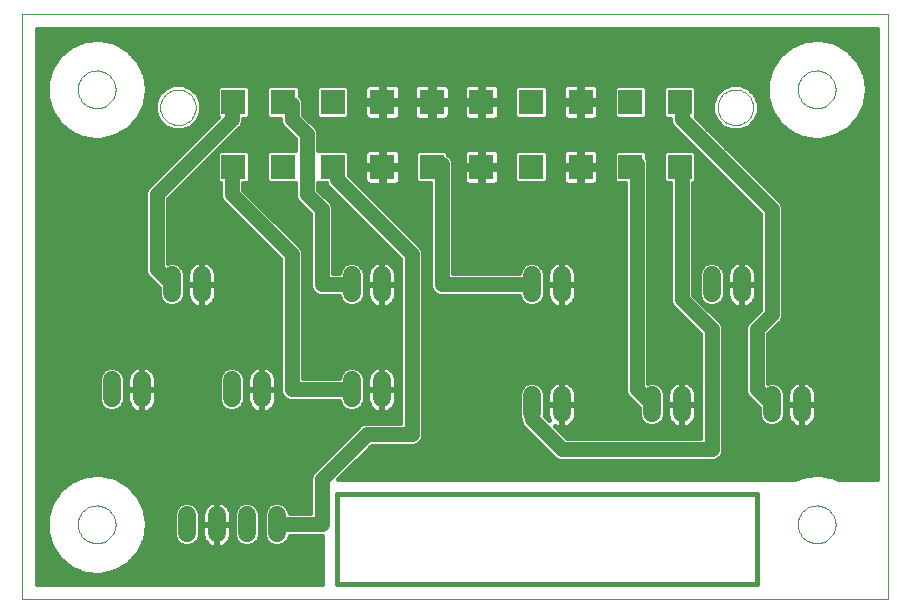
<source format=gtl>
G75*
%MOIN*%
%OFA0B0*%
%FSLAX24Y24*%
%IPPOS*%
%LPD*%
%AMOC8*
5,1,8,0,0,1.08239X$1,22.5*
%
%ADD10C,0.0000*%
%ADD11R,0.0827X0.0827*%
%ADD12C,0.0594*%
%ADD13C,0.0160*%
%ADD14C,0.0500*%
D10*
X000100Y000100D02*
X000100Y019596D01*
X028970Y019596D01*
X028970Y000100D01*
X000100Y000100D01*
X001970Y002600D02*
X001972Y002650D01*
X001978Y002700D01*
X001988Y002749D01*
X002002Y002797D01*
X002019Y002844D01*
X002040Y002889D01*
X002065Y002933D01*
X002093Y002974D01*
X002125Y003013D01*
X002159Y003050D01*
X002196Y003084D01*
X002236Y003114D01*
X002278Y003141D01*
X002322Y003165D01*
X002368Y003186D01*
X002415Y003202D01*
X002463Y003215D01*
X002513Y003224D01*
X002562Y003229D01*
X002613Y003230D01*
X002663Y003227D01*
X002712Y003220D01*
X002761Y003209D01*
X002809Y003194D01*
X002855Y003176D01*
X002900Y003154D01*
X002943Y003128D01*
X002984Y003099D01*
X003023Y003067D01*
X003059Y003032D01*
X003091Y002994D01*
X003121Y002954D01*
X003148Y002911D01*
X003171Y002867D01*
X003190Y002821D01*
X003206Y002773D01*
X003218Y002724D01*
X003226Y002675D01*
X003230Y002625D01*
X003230Y002575D01*
X003226Y002525D01*
X003218Y002476D01*
X003206Y002427D01*
X003190Y002379D01*
X003171Y002333D01*
X003148Y002289D01*
X003121Y002246D01*
X003091Y002206D01*
X003059Y002168D01*
X003023Y002133D01*
X002984Y002101D01*
X002943Y002072D01*
X002900Y002046D01*
X002855Y002024D01*
X002809Y002006D01*
X002761Y001991D01*
X002712Y001980D01*
X002663Y001973D01*
X002613Y001970D01*
X002562Y001971D01*
X002513Y001976D01*
X002463Y001985D01*
X002415Y001998D01*
X002368Y002014D01*
X002322Y002035D01*
X002278Y002059D01*
X002236Y002086D01*
X002196Y002116D01*
X002159Y002150D01*
X002125Y002187D01*
X002093Y002226D01*
X002065Y002267D01*
X002040Y002311D01*
X002019Y002356D01*
X002002Y002403D01*
X001988Y002451D01*
X001978Y002500D01*
X001972Y002550D01*
X001970Y002600D01*
X004718Y016502D02*
X004720Y016550D01*
X004726Y016598D01*
X004736Y016645D01*
X004749Y016691D01*
X004767Y016736D01*
X004787Y016780D01*
X004812Y016822D01*
X004840Y016861D01*
X004870Y016898D01*
X004904Y016932D01*
X004941Y016964D01*
X004979Y016993D01*
X005020Y017018D01*
X005063Y017040D01*
X005108Y017058D01*
X005154Y017072D01*
X005201Y017083D01*
X005249Y017090D01*
X005297Y017093D01*
X005345Y017092D01*
X005393Y017087D01*
X005441Y017078D01*
X005487Y017066D01*
X005532Y017049D01*
X005576Y017029D01*
X005618Y017006D01*
X005658Y016979D01*
X005696Y016949D01*
X005731Y016916D01*
X005763Y016880D01*
X005793Y016842D01*
X005819Y016801D01*
X005841Y016758D01*
X005861Y016714D01*
X005876Y016669D01*
X005888Y016622D01*
X005896Y016574D01*
X005900Y016526D01*
X005900Y016478D01*
X005896Y016430D01*
X005888Y016382D01*
X005876Y016335D01*
X005861Y016290D01*
X005841Y016246D01*
X005819Y016203D01*
X005793Y016162D01*
X005763Y016124D01*
X005731Y016088D01*
X005696Y016055D01*
X005658Y016025D01*
X005618Y015998D01*
X005576Y015975D01*
X005532Y015955D01*
X005487Y015938D01*
X005441Y015926D01*
X005393Y015917D01*
X005345Y015912D01*
X005297Y015911D01*
X005249Y015914D01*
X005201Y015921D01*
X005154Y015932D01*
X005108Y015946D01*
X005063Y015964D01*
X005020Y015986D01*
X004979Y016011D01*
X004941Y016040D01*
X004904Y016072D01*
X004870Y016106D01*
X004840Y016143D01*
X004812Y016182D01*
X004787Y016224D01*
X004767Y016268D01*
X004749Y016313D01*
X004736Y016359D01*
X004726Y016406D01*
X004720Y016454D01*
X004718Y016502D01*
X001970Y017100D02*
X001972Y017150D01*
X001978Y017200D01*
X001988Y017249D01*
X002002Y017297D01*
X002019Y017344D01*
X002040Y017389D01*
X002065Y017433D01*
X002093Y017474D01*
X002125Y017513D01*
X002159Y017550D01*
X002196Y017584D01*
X002236Y017614D01*
X002278Y017641D01*
X002322Y017665D01*
X002368Y017686D01*
X002415Y017702D01*
X002463Y017715D01*
X002513Y017724D01*
X002562Y017729D01*
X002613Y017730D01*
X002663Y017727D01*
X002712Y017720D01*
X002761Y017709D01*
X002809Y017694D01*
X002855Y017676D01*
X002900Y017654D01*
X002943Y017628D01*
X002984Y017599D01*
X003023Y017567D01*
X003059Y017532D01*
X003091Y017494D01*
X003121Y017454D01*
X003148Y017411D01*
X003171Y017367D01*
X003190Y017321D01*
X003206Y017273D01*
X003218Y017224D01*
X003226Y017175D01*
X003230Y017125D01*
X003230Y017075D01*
X003226Y017025D01*
X003218Y016976D01*
X003206Y016927D01*
X003190Y016879D01*
X003171Y016833D01*
X003148Y016789D01*
X003121Y016746D01*
X003091Y016706D01*
X003059Y016668D01*
X003023Y016633D01*
X002984Y016601D01*
X002943Y016572D01*
X002900Y016546D01*
X002855Y016524D01*
X002809Y016506D01*
X002761Y016491D01*
X002712Y016480D01*
X002663Y016473D01*
X002613Y016470D01*
X002562Y016471D01*
X002513Y016476D01*
X002463Y016485D01*
X002415Y016498D01*
X002368Y016514D01*
X002322Y016535D01*
X002278Y016559D01*
X002236Y016586D01*
X002196Y016616D01*
X002159Y016650D01*
X002125Y016687D01*
X002093Y016726D01*
X002065Y016767D01*
X002040Y016811D01*
X002019Y016856D01*
X002002Y016903D01*
X001988Y016951D01*
X001978Y017000D01*
X001972Y017050D01*
X001970Y017100D01*
X023300Y016502D02*
X023302Y016550D01*
X023308Y016598D01*
X023318Y016645D01*
X023331Y016691D01*
X023349Y016736D01*
X023369Y016780D01*
X023394Y016822D01*
X023422Y016861D01*
X023452Y016898D01*
X023486Y016932D01*
X023523Y016964D01*
X023561Y016993D01*
X023602Y017018D01*
X023645Y017040D01*
X023690Y017058D01*
X023736Y017072D01*
X023783Y017083D01*
X023831Y017090D01*
X023879Y017093D01*
X023927Y017092D01*
X023975Y017087D01*
X024023Y017078D01*
X024069Y017066D01*
X024114Y017049D01*
X024158Y017029D01*
X024200Y017006D01*
X024240Y016979D01*
X024278Y016949D01*
X024313Y016916D01*
X024345Y016880D01*
X024375Y016842D01*
X024401Y016801D01*
X024423Y016758D01*
X024443Y016714D01*
X024458Y016669D01*
X024470Y016622D01*
X024478Y016574D01*
X024482Y016526D01*
X024482Y016478D01*
X024478Y016430D01*
X024470Y016382D01*
X024458Y016335D01*
X024443Y016290D01*
X024423Y016246D01*
X024401Y016203D01*
X024375Y016162D01*
X024345Y016124D01*
X024313Y016088D01*
X024278Y016055D01*
X024240Y016025D01*
X024200Y015998D01*
X024158Y015975D01*
X024114Y015955D01*
X024069Y015938D01*
X024023Y015926D01*
X023975Y015917D01*
X023927Y015912D01*
X023879Y015911D01*
X023831Y015914D01*
X023783Y015921D01*
X023736Y015932D01*
X023690Y015946D01*
X023645Y015964D01*
X023602Y015986D01*
X023561Y016011D01*
X023523Y016040D01*
X023486Y016072D01*
X023452Y016106D01*
X023422Y016143D01*
X023394Y016182D01*
X023369Y016224D01*
X023349Y016268D01*
X023331Y016313D01*
X023318Y016359D01*
X023308Y016406D01*
X023302Y016454D01*
X023300Y016502D01*
X025970Y017100D02*
X025972Y017150D01*
X025978Y017200D01*
X025988Y017249D01*
X026002Y017297D01*
X026019Y017344D01*
X026040Y017389D01*
X026065Y017433D01*
X026093Y017474D01*
X026125Y017513D01*
X026159Y017550D01*
X026196Y017584D01*
X026236Y017614D01*
X026278Y017641D01*
X026322Y017665D01*
X026368Y017686D01*
X026415Y017702D01*
X026463Y017715D01*
X026513Y017724D01*
X026562Y017729D01*
X026613Y017730D01*
X026663Y017727D01*
X026712Y017720D01*
X026761Y017709D01*
X026809Y017694D01*
X026855Y017676D01*
X026900Y017654D01*
X026943Y017628D01*
X026984Y017599D01*
X027023Y017567D01*
X027059Y017532D01*
X027091Y017494D01*
X027121Y017454D01*
X027148Y017411D01*
X027171Y017367D01*
X027190Y017321D01*
X027206Y017273D01*
X027218Y017224D01*
X027226Y017175D01*
X027230Y017125D01*
X027230Y017075D01*
X027226Y017025D01*
X027218Y016976D01*
X027206Y016927D01*
X027190Y016879D01*
X027171Y016833D01*
X027148Y016789D01*
X027121Y016746D01*
X027091Y016706D01*
X027059Y016668D01*
X027023Y016633D01*
X026984Y016601D01*
X026943Y016572D01*
X026900Y016546D01*
X026855Y016524D01*
X026809Y016506D01*
X026761Y016491D01*
X026712Y016480D01*
X026663Y016473D01*
X026613Y016470D01*
X026562Y016471D01*
X026513Y016476D01*
X026463Y016485D01*
X026415Y016498D01*
X026368Y016514D01*
X026322Y016535D01*
X026278Y016559D01*
X026236Y016586D01*
X026196Y016616D01*
X026159Y016650D01*
X026125Y016687D01*
X026093Y016726D01*
X026065Y016767D01*
X026040Y016811D01*
X026019Y016856D01*
X026002Y016903D01*
X025988Y016951D01*
X025978Y017000D01*
X025972Y017050D01*
X025970Y017100D01*
X025970Y002600D02*
X025972Y002650D01*
X025978Y002700D01*
X025988Y002749D01*
X026002Y002797D01*
X026019Y002844D01*
X026040Y002889D01*
X026065Y002933D01*
X026093Y002974D01*
X026125Y003013D01*
X026159Y003050D01*
X026196Y003084D01*
X026236Y003114D01*
X026278Y003141D01*
X026322Y003165D01*
X026368Y003186D01*
X026415Y003202D01*
X026463Y003215D01*
X026513Y003224D01*
X026562Y003229D01*
X026613Y003230D01*
X026663Y003227D01*
X026712Y003220D01*
X026761Y003209D01*
X026809Y003194D01*
X026855Y003176D01*
X026900Y003154D01*
X026943Y003128D01*
X026984Y003099D01*
X027023Y003067D01*
X027059Y003032D01*
X027091Y002994D01*
X027121Y002954D01*
X027148Y002911D01*
X027171Y002867D01*
X027190Y002821D01*
X027206Y002773D01*
X027218Y002724D01*
X027226Y002675D01*
X027230Y002625D01*
X027230Y002575D01*
X027226Y002525D01*
X027218Y002476D01*
X027206Y002427D01*
X027190Y002379D01*
X027171Y002333D01*
X027148Y002289D01*
X027121Y002246D01*
X027091Y002206D01*
X027059Y002168D01*
X027023Y002133D01*
X026984Y002101D01*
X026943Y002072D01*
X026900Y002046D01*
X026855Y002024D01*
X026809Y002006D01*
X026761Y001991D01*
X026712Y001980D01*
X026663Y001973D01*
X026613Y001970D01*
X026562Y001971D01*
X026513Y001976D01*
X026463Y001985D01*
X026415Y001998D01*
X026368Y002014D01*
X026322Y002035D01*
X026278Y002059D01*
X026236Y002086D01*
X026196Y002116D01*
X026159Y002150D01*
X026125Y002187D01*
X026093Y002226D01*
X026065Y002267D01*
X026040Y002311D01*
X026019Y002356D01*
X026002Y002403D01*
X025988Y002451D01*
X025978Y002500D01*
X025972Y002550D01*
X025970Y002600D01*
D11*
X022041Y014517D03*
X020387Y014517D03*
X018734Y014517D03*
X017080Y014517D03*
X015427Y014517D03*
X013773Y014517D03*
X012120Y014517D03*
X010466Y014517D03*
X008813Y014517D03*
X007159Y014517D03*
X007159Y016683D03*
X008813Y016683D03*
X010466Y016683D03*
X012120Y016683D03*
X013773Y016683D03*
X015427Y016683D03*
X017080Y016683D03*
X018734Y016683D03*
X020387Y016683D03*
X022041Y016683D03*
D12*
X023100Y010897D02*
X023100Y010303D01*
X024100Y010303D02*
X024100Y010897D01*
X025100Y006897D02*
X025100Y006303D01*
X026100Y006303D02*
X026100Y006897D01*
X022100Y006897D02*
X022100Y006303D01*
X021100Y006303D02*
X021100Y006897D01*
X018100Y006897D02*
X018100Y006303D01*
X017100Y006303D02*
X017100Y006897D01*
X017100Y010303D02*
X017100Y010897D01*
X018100Y010897D02*
X018100Y010303D01*
X012100Y010303D02*
X012100Y010897D01*
X011100Y010897D02*
X011100Y010303D01*
X011100Y007397D02*
X011100Y006803D01*
X012100Y006803D02*
X012100Y007397D01*
X008100Y007397D02*
X008100Y006803D01*
X007100Y006803D02*
X007100Y007397D01*
X004100Y007397D02*
X004100Y006803D01*
X003100Y006803D02*
X003100Y007397D01*
X005100Y010303D02*
X005100Y010897D01*
X006100Y010897D02*
X006100Y010303D01*
X005600Y002897D02*
X005600Y002303D01*
X006600Y002303D02*
X006600Y002897D01*
X007600Y002897D02*
X007600Y002303D01*
X008600Y002303D02*
X008600Y002897D01*
D13*
X008216Y003112D02*
X007984Y003112D01*
X007970Y003144D02*
X007847Y003267D01*
X007687Y003334D01*
X007513Y003334D01*
X007353Y003267D01*
X007230Y003144D01*
X007163Y002984D01*
X007163Y002216D01*
X007230Y002056D01*
X007353Y001933D01*
X007513Y001866D01*
X007687Y001866D01*
X007847Y001933D01*
X007970Y002056D01*
X008037Y002216D01*
X008037Y002984D01*
X007970Y003144D01*
X007841Y003270D02*
X008359Y003270D01*
X008353Y003267D02*
X008230Y003144D01*
X008163Y002984D01*
X008163Y002216D01*
X008230Y002056D01*
X008353Y001933D01*
X008513Y001866D01*
X008687Y001866D01*
X008847Y001933D01*
X008970Y002056D01*
X009034Y002210D01*
X010100Y002210D01*
X010100Y000600D01*
X000600Y000600D01*
X000600Y019100D01*
X028600Y019100D01*
X028600Y004100D01*
X027324Y004100D01*
X027214Y004164D01*
X026726Y004275D01*
X026226Y004238D01*
X025875Y004100D01*
X010652Y004100D01*
X011762Y005210D01*
X013178Y005210D01*
X013321Y005269D01*
X013431Y005379D01*
X013490Y005522D01*
X013490Y011678D01*
X013431Y011821D01*
X011020Y014232D01*
X011020Y014989D01*
X010938Y015071D01*
X009995Y015071D01*
X009990Y015066D01*
X009990Y015678D01*
X009931Y015821D01*
X009490Y016262D01*
X009490Y016545D01*
X009496Y016567D01*
X009490Y016622D01*
X009490Y016678D01*
X009481Y016698D01*
X009479Y016721D01*
X009452Y016770D01*
X009431Y016821D01*
X009415Y016837D01*
X009404Y016857D01*
X009366Y016887D01*
X009366Y017154D01*
X009284Y017236D01*
X008341Y017236D01*
X008259Y017154D01*
X008259Y016211D01*
X008341Y016129D01*
X008710Y016129D01*
X008710Y016022D01*
X008769Y015879D01*
X008879Y015769D01*
X009210Y015438D01*
X009210Y015071D01*
X008341Y015071D01*
X008259Y014989D01*
X008259Y014046D01*
X008341Y013964D01*
X009210Y013964D01*
X009210Y013522D01*
X009269Y013379D01*
X009379Y013269D01*
X009710Y012938D01*
X009710Y010522D01*
X009769Y010379D01*
X009879Y010269D01*
X010022Y010210D01*
X010666Y010210D01*
X010730Y010056D01*
X010853Y009933D01*
X011013Y009866D01*
X011187Y009866D01*
X011347Y009933D01*
X011470Y010056D01*
X011537Y010216D01*
X011537Y010984D01*
X011470Y011144D01*
X011347Y011267D01*
X011187Y011334D01*
X011013Y011334D01*
X010853Y011267D01*
X010730Y011144D01*
X010666Y010990D01*
X010490Y010990D01*
X010490Y013178D01*
X010431Y013321D01*
X009990Y013762D01*
X009990Y013969D01*
X009995Y013964D01*
X010234Y013964D01*
X010269Y013879D01*
X010379Y013769D01*
X012710Y011438D01*
X012710Y005990D01*
X011522Y005990D01*
X011379Y005931D01*
X011269Y005821D01*
X009769Y004321D01*
X009710Y004178D01*
X009710Y002990D01*
X009034Y002990D01*
X008970Y003144D01*
X008847Y003267D01*
X008687Y003334D01*
X008513Y003334D01*
X008353Y003267D01*
X008163Y002953D02*
X008037Y002953D01*
X008037Y002795D02*
X008163Y002795D01*
X008163Y002636D02*
X008037Y002636D01*
X008037Y002478D02*
X008163Y002478D01*
X008163Y002319D02*
X008037Y002319D01*
X008014Y002161D02*
X008186Y002161D01*
X008283Y002002D02*
X007917Y002002D01*
X007283Y002002D02*
X006971Y002002D01*
X006964Y001993D02*
X007008Y002053D01*
X007042Y002120D01*
X007065Y002191D01*
X007077Y002266D01*
X007077Y002582D01*
X006618Y002582D01*
X006618Y002618D01*
X007077Y002618D01*
X007077Y002934D01*
X007065Y003009D01*
X007042Y003080D01*
X007008Y003147D01*
X006964Y003207D01*
X006911Y003261D01*
X006850Y003305D01*
X006783Y003339D01*
X006712Y003362D01*
X006638Y003374D01*
X006618Y003374D01*
X006618Y002618D01*
X006582Y002618D01*
X006582Y002582D01*
X006618Y002582D01*
X006618Y001826D01*
X006638Y001826D01*
X006712Y001838D01*
X006783Y001861D01*
X006850Y001895D01*
X006911Y001939D01*
X006964Y001993D01*
X007055Y002161D02*
X007186Y002161D01*
X007163Y002319D02*
X007077Y002319D01*
X007077Y002478D02*
X007163Y002478D01*
X007163Y002636D02*
X007077Y002636D01*
X007077Y002795D02*
X007163Y002795D01*
X007163Y002953D02*
X007074Y002953D01*
X007026Y003112D02*
X007216Y003112D01*
X007359Y003270D02*
X006898Y003270D01*
X006618Y003270D02*
X006582Y003270D01*
X006582Y003374D02*
X006562Y003374D01*
X006488Y003362D01*
X006417Y003339D01*
X006350Y003305D01*
X006289Y003261D01*
X006236Y003207D01*
X006192Y003147D01*
X006158Y003080D01*
X006135Y003009D01*
X006123Y002934D01*
X006123Y002618D01*
X006582Y002618D01*
X006582Y003374D01*
X006302Y003270D02*
X005841Y003270D01*
X005847Y003267D02*
X005687Y003334D01*
X005513Y003334D01*
X005353Y003267D01*
X005230Y003144D01*
X005163Y002984D01*
X005163Y002216D01*
X005230Y002056D01*
X005353Y001933D01*
X005513Y001866D01*
X005687Y001866D01*
X005847Y001933D01*
X005970Y002056D01*
X006037Y002216D01*
X006037Y002984D01*
X005970Y003144D01*
X005847Y003267D01*
X005984Y003112D02*
X006174Y003112D01*
X006126Y002953D02*
X006037Y002953D01*
X006037Y002795D02*
X006123Y002795D01*
X006123Y002636D02*
X006037Y002636D01*
X006123Y002582D02*
X006123Y002266D01*
X006135Y002191D01*
X006158Y002120D01*
X006192Y002053D01*
X006236Y001993D01*
X006289Y001939D01*
X006350Y001895D01*
X006417Y001861D01*
X006488Y001838D01*
X006562Y001826D01*
X006582Y001826D01*
X006582Y002582D01*
X006123Y002582D01*
X006123Y002478D02*
X006037Y002478D01*
X006037Y002319D02*
X006123Y002319D01*
X006145Y002161D02*
X006014Y002161D01*
X005917Y002002D02*
X006229Y002002D01*
X006472Y001844D02*
X004080Y001844D01*
X004156Y002002D02*
X005283Y002002D01*
X005186Y002161D02*
X004214Y002161D01*
X004205Y002105D02*
X004280Y002600D01*
X004205Y003095D01*
X004205Y003095D01*
X003988Y003546D01*
X003988Y003546D01*
X003647Y003913D01*
X003214Y004164D01*
X003214Y004164D01*
X002726Y004275D01*
X002726Y004275D01*
X002226Y004238D01*
X001760Y004055D01*
X001368Y003743D01*
X001086Y003329D01*
X000939Y002850D01*
X000939Y002350D01*
X001086Y001871D01*
X001368Y001457D01*
X001368Y001457D01*
X001368Y001457D01*
X001760Y001145D01*
X002226Y000962D01*
X002226Y000962D01*
X002726Y000925D01*
X003214Y001036D01*
X003647Y001287D01*
X003988Y001654D01*
X004205Y002105D01*
X004205Y002105D01*
X004238Y002319D02*
X005163Y002319D01*
X005163Y002478D02*
X004262Y002478D01*
X004275Y002636D02*
X005163Y002636D01*
X005163Y002795D02*
X004251Y002795D01*
X004227Y002953D02*
X005163Y002953D01*
X005216Y003112D02*
X004198Y003112D01*
X004121Y003270D02*
X005359Y003270D01*
X006582Y003112D02*
X006618Y003112D01*
X006618Y002953D02*
X006582Y002953D01*
X006582Y002795D02*
X006618Y002795D01*
X006618Y002636D02*
X006582Y002636D01*
X006582Y002478D02*
X006618Y002478D01*
X006618Y002319D02*
X006582Y002319D01*
X006582Y002161D02*
X006618Y002161D01*
X006618Y002002D02*
X006582Y002002D01*
X006582Y001844D02*
X006618Y001844D01*
X006728Y001844D02*
X010100Y001844D01*
X010100Y002002D02*
X008917Y002002D01*
X009014Y002161D02*
X010100Y002161D01*
X010100Y001685D02*
X004003Y001685D01*
X003988Y001654D02*
X003988Y001654D01*
X003870Y001527D02*
X010100Y001527D01*
X010100Y001368D02*
X003723Y001368D01*
X003647Y001287D02*
X003647Y001287D01*
X003647Y001287D01*
X003514Y001210D02*
X010100Y001210D01*
X010100Y001051D02*
X003240Y001051D01*
X003214Y001036D02*
X003214Y001036D01*
X002726Y000925D02*
X002726Y000925D01*
X002000Y001051D02*
X000600Y001051D01*
X000600Y000893D02*
X010100Y000893D01*
X010100Y000734D02*
X000600Y000734D01*
X000600Y001210D02*
X001679Y001210D01*
X001760Y001145D02*
X001760Y001145D01*
X001480Y001368D02*
X000600Y001368D01*
X000600Y001527D02*
X001321Y001527D01*
X001213Y001685D02*
X000600Y001685D01*
X000600Y001844D02*
X001105Y001844D01*
X001086Y001871D02*
X001086Y001871D01*
X001046Y002002D02*
X000600Y002002D01*
X000600Y002161D02*
X000997Y002161D01*
X000948Y002319D02*
X000600Y002319D01*
X000600Y002478D02*
X000939Y002478D01*
X000939Y002636D02*
X000600Y002636D01*
X000600Y002795D02*
X000939Y002795D01*
X000970Y002953D02*
X000600Y002953D01*
X000600Y003112D02*
X001019Y003112D01*
X001068Y003270D02*
X000600Y003270D01*
X000600Y003429D02*
X001154Y003429D01*
X001086Y003329D02*
X001086Y003329D01*
X001262Y003587D02*
X000600Y003587D01*
X000600Y003746D02*
X001372Y003746D01*
X001368Y003743D02*
X001368Y003743D01*
X001368Y003743D01*
X001571Y003904D02*
X000600Y003904D01*
X000600Y004063D02*
X001779Y004063D01*
X001760Y004055D02*
X001760Y004055D01*
X002183Y004221D02*
X000600Y004221D01*
X000600Y004380D02*
X009828Y004380D01*
X009728Y004221D02*
X002963Y004221D01*
X003389Y004063D02*
X009710Y004063D01*
X009710Y003904D02*
X003656Y003904D01*
X003647Y003913D02*
X003647Y003913D01*
X003803Y003746D02*
X009710Y003746D01*
X009710Y003587D02*
X003950Y003587D01*
X004045Y003429D02*
X009710Y003429D01*
X009710Y003270D02*
X008841Y003270D01*
X008984Y003112D02*
X009710Y003112D01*
X010600Y003600D02*
X024600Y003600D01*
X024600Y000600D01*
X010600Y000600D01*
X010600Y003600D01*
X010773Y004221D02*
X026183Y004221D01*
X026963Y004221D02*
X028600Y004221D01*
X028600Y004380D02*
X010931Y004380D01*
X011090Y004538D02*
X028600Y004538D01*
X028600Y004697D02*
X011248Y004697D01*
X011407Y004855D02*
X017793Y004855D01*
X017769Y004879D02*
X017879Y004769D01*
X018022Y004710D01*
X023178Y004710D01*
X023321Y004769D01*
X023431Y004879D01*
X023490Y005022D01*
X023490Y009178D01*
X023431Y009321D01*
X022490Y010262D01*
X022490Y013964D01*
X022512Y013964D01*
X022594Y014046D01*
X022594Y014989D01*
X022512Y015071D01*
X021570Y015071D01*
X021488Y014989D01*
X021488Y014046D01*
X021570Y013964D01*
X021710Y013964D01*
X021710Y010022D01*
X021769Y009879D01*
X021879Y009769D01*
X022710Y008938D01*
X022710Y005490D01*
X018262Y005490D01*
X017863Y005889D01*
X017917Y005861D01*
X017988Y005838D01*
X018062Y005826D01*
X018082Y005826D01*
X018082Y006582D01*
X017623Y006582D01*
X017623Y006266D01*
X017635Y006191D01*
X017658Y006120D01*
X017686Y006066D01*
X017536Y006215D01*
X017537Y006216D01*
X017537Y006984D01*
X017470Y007144D01*
X017347Y007267D01*
X017187Y007334D01*
X017013Y007334D01*
X016853Y007267D01*
X016730Y007144D01*
X016663Y006984D01*
X016663Y006216D01*
X016710Y006103D01*
X016710Y006022D01*
X016769Y005879D01*
X017769Y004879D01*
X017635Y005014D02*
X011565Y005014D01*
X011724Y005172D02*
X017476Y005172D01*
X017318Y005331D02*
X013382Y005331D01*
X013476Y005489D02*
X017159Y005489D01*
X017001Y005648D02*
X013490Y005648D01*
X013490Y005806D02*
X016842Y005806D01*
X016734Y005965D02*
X013490Y005965D01*
X013490Y006123D02*
X016702Y006123D01*
X016663Y006282D02*
X013490Y006282D01*
X013490Y006440D02*
X016663Y006440D01*
X016663Y006599D02*
X013490Y006599D01*
X013490Y006757D02*
X016663Y006757D01*
X016663Y006916D02*
X013490Y006916D01*
X013490Y007074D02*
X016701Y007074D01*
X016818Y007233D02*
X013490Y007233D01*
X013490Y007391D02*
X020210Y007391D01*
X020210Y007233D02*
X018439Y007233D01*
X018464Y007207D02*
X018411Y007261D01*
X018350Y007305D01*
X018283Y007339D01*
X018212Y007362D01*
X018138Y007374D01*
X018118Y007374D01*
X018118Y006618D01*
X018082Y006618D01*
X018082Y006582D01*
X018118Y006582D01*
X018118Y006618D01*
X018577Y006618D01*
X018577Y006934D01*
X018565Y007009D01*
X018542Y007080D01*
X018508Y007147D01*
X018464Y007207D01*
X018544Y007074D02*
X020210Y007074D01*
X020210Y007022D02*
X020269Y006879D01*
X020379Y006769D01*
X020663Y006485D01*
X020663Y006216D01*
X020730Y006056D01*
X020853Y005933D01*
X021013Y005866D01*
X021187Y005866D01*
X021347Y005933D01*
X021470Y006056D01*
X021537Y006216D01*
X021537Y006984D01*
X021470Y007144D01*
X021347Y007267D01*
X021187Y007334D01*
X021013Y007334D01*
X020990Y007324D01*
X020990Y014596D01*
X020992Y014669D01*
X020990Y014673D01*
X020990Y014678D01*
X020962Y014745D01*
X020941Y014800D01*
X020941Y014989D01*
X020859Y015071D01*
X019916Y015071D01*
X019834Y014989D01*
X019834Y014046D01*
X019916Y013964D01*
X020210Y013964D01*
X020210Y007022D01*
X020254Y006916D02*
X018577Y006916D01*
X018577Y006757D02*
X020391Y006757D01*
X020550Y006599D02*
X018118Y006599D01*
X018118Y006582D02*
X018577Y006582D01*
X018577Y006266D01*
X018565Y006191D01*
X018542Y006120D01*
X018508Y006053D01*
X018464Y005993D01*
X018411Y005939D01*
X018350Y005895D01*
X018283Y005861D01*
X018212Y005838D01*
X018138Y005826D01*
X018118Y005826D01*
X018118Y006582D01*
X018082Y006599D02*
X017537Y006599D01*
X017623Y006618D02*
X018082Y006618D01*
X018082Y007374D01*
X018062Y007374D01*
X017988Y007362D01*
X017917Y007339D01*
X017850Y007305D01*
X017789Y007261D01*
X017736Y007207D01*
X017692Y007147D01*
X017658Y007080D01*
X017635Y007009D01*
X017623Y006934D01*
X017623Y006618D01*
X017623Y006757D02*
X017537Y006757D01*
X017537Y006916D02*
X017623Y006916D01*
X017656Y007074D02*
X017499Y007074D01*
X017382Y007233D02*
X017761Y007233D01*
X018082Y007233D02*
X018118Y007233D01*
X018118Y007074D02*
X018082Y007074D01*
X018082Y006916D02*
X018118Y006916D01*
X018118Y006757D02*
X018082Y006757D01*
X018082Y006440D02*
X018118Y006440D01*
X018118Y006282D02*
X018082Y006282D01*
X018082Y006123D02*
X018118Y006123D01*
X018118Y005965D02*
X018082Y005965D01*
X017946Y005806D02*
X022710Y005806D01*
X022710Y005648D02*
X018104Y005648D01*
X018436Y005965D02*
X020821Y005965D01*
X020702Y006123D02*
X018543Y006123D01*
X018577Y006282D02*
X020663Y006282D01*
X020663Y006440D02*
X018577Y006440D01*
X017623Y006440D02*
X017537Y006440D01*
X017537Y006282D02*
X017623Y006282D01*
X017629Y006123D02*
X017657Y006123D01*
X020210Y007550D02*
X013490Y007550D01*
X013490Y007708D02*
X020210Y007708D01*
X020210Y007867D02*
X013490Y007867D01*
X013490Y008025D02*
X020210Y008025D01*
X020210Y008184D02*
X013490Y008184D01*
X013490Y008342D02*
X020210Y008342D01*
X020210Y008501D02*
X013490Y008501D01*
X013490Y008659D02*
X020210Y008659D01*
X020210Y008818D02*
X013490Y008818D01*
X013490Y008976D02*
X020210Y008976D01*
X020210Y009135D02*
X013490Y009135D01*
X013490Y009293D02*
X020210Y009293D01*
X020210Y009452D02*
X013490Y009452D01*
X013490Y009610D02*
X020210Y009610D01*
X020210Y009769D02*
X013490Y009769D01*
X013490Y009927D02*
X016867Y009927D01*
X016853Y009933D02*
X017013Y009866D01*
X017187Y009866D01*
X017347Y009933D01*
X017470Y010056D01*
X017537Y010216D01*
X017537Y010984D01*
X017470Y011144D01*
X017347Y011267D01*
X017187Y011334D01*
X017013Y011334D01*
X016853Y011267D01*
X016730Y011144D01*
X016666Y010990D01*
X014490Y010990D01*
X014490Y014572D01*
X014497Y014620D01*
X014490Y014649D01*
X014490Y014678D01*
X014471Y014723D01*
X014459Y014771D01*
X014442Y014794D01*
X014431Y014821D01*
X014396Y014856D01*
X014366Y014895D01*
X014341Y014910D01*
X014327Y014925D01*
X014327Y014989D01*
X014245Y015071D01*
X013302Y015071D01*
X013220Y014989D01*
X013220Y014046D01*
X013302Y013964D01*
X013710Y013964D01*
X013710Y010522D01*
X013769Y010379D01*
X013879Y010269D01*
X014022Y010210D01*
X016666Y010210D01*
X016730Y010056D01*
X016853Y009933D01*
X016717Y010086D02*
X013490Y010086D01*
X013490Y010244D02*
X013940Y010244D01*
X013760Y010403D02*
X013490Y010403D01*
X013490Y010561D02*
X013710Y010561D01*
X013710Y010720D02*
X013490Y010720D01*
X013490Y010878D02*
X013710Y010878D01*
X013710Y011037D02*
X013490Y011037D01*
X013490Y011195D02*
X013710Y011195D01*
X013710Y011354D02*
X013490Y011354D01*
X013490Y011512D02*
X013710Y011512D01*
X013710Y011671D02*
X013490Y011671D01*
X013423Y011829D02*
X013710Y011829D01*
X013710Y011988D02*
X013264Y011988D01*
X013106Y012146D02*
X013710Y012146D01*
X013710Y012305D02*
X012947Y012305D01*
X012789Y012463D02*
X013710Y012463D01*
X013710Y012622D02*
X012630Y012622D01*
X012472Y012780D02*
X013710Y012780D01*
X013710Y012939D02*
X012313Y012939D01*
X012155Y013097D02*
X013710Y013097D01*
X013710Y013256D02*
X011996Y013256D01*
X011838Y013414D02*
X013710Y013414D01*
X013710Y013573D02*
X011679Y013573D01*
X011521Y013731D02*
X013710Y013731D01*
X013710Y013890D02*
X011362Y013890D01*
X011204Y014048D02*
X011535Y014048D01*
X011539Y014034D02*
X011562Y013993D01*
X011596Y013960D01*
X011637Y013936D01*
X011683Y013924D01*
X012062Y013924D01*
X012062Y014460D01*
X011526Y014460D01*
X011526Y014080D01*
X011539Y014034D01*
X011526Y014207D02*
X011045Y014207D01*
X011020Y014365D02*
X011526Y014365D01*
X011526Y014575D02*
X012062Y014575D01*
X012062Y014460D01*
X012177Y014460D01*
X012177Y013924D01*
X012557Y013924D01*
X012603Y013936D01*
X012644Y013960D01*
X012677Y013993D01*
X012701Y014034D01*
X012713Y014080D01*
X012713Y014460D01*
X012177Y014460D01*
X012177Y014575D01*
X012062Y014575D01*
X012062Y015111D01*
X011683Y015111D01*
X011637Y015098D01*
X011596Y015075D01*
X011562Y015041D01*
X011539Y015000D01*
X011526Y014954D01*
X011526Y014575D01*
X011526Y014682D02*
X011020Y014682D01*
X011020Y014524D02*
X012062Y014524D01*
X012177Y014524D02*
X013220Y014524D01*
X013220Y014682D02*
X012713Y014682D01*
X012713Y014575D02*
X012713Y014954D01*
X012701Y015000D01*
X012677Y015041D01*
X012644Y015075D01*
X012603Y015098D01*
X012557Y015111D01*
X012177Y015111D01*
X012177Y014575D01*
X012713Y014575D01*
X012713Y014365D02*
X013220Y014365D01*
X013220Y014207D02*
X012713Y014207D01*
X012704Y014048D02*
X013220Y014048D01*
X013220Y014841D02*
X012713Y014841D01*
X012701Y014999D02*
X013230Y014999D01*
X012177Y014999D02*
X012062Y014999D01*
X012062Y014841D02*
X012177Y014841D01*
X012177Y014682D02*
X012062Y014682D01*
X012062Y014365D02*
X012177Y014365D01*
X012177Y014207D02*
X012062Y014207D01*
X012062Y014048D02*
X012177Y014048D01*
X011526Y014841D02*
X011020Y014841D01*
X011009Y014999D02*
X011538Y014999D01*
X011683Y016089D02*
X012062Y016089D01*
X012062Y016625D01*
X011526Y016625D01*
X011526Y016246D01*
X011539Y016200D01*
X011562Y016159D01*
X011596Y016125D01*
X011637Y016102D01*
X011683Y016089D01*
X011625Y016109D02*
X009643Y016109D01*
X009490Y016267D02*
X009913Y016267D01*
X009913Y016211D02*
X009995Y016129D01*
X010938Y016129D01*
X011020Y016211D01*
X011020Y017154D01*
X010938Y017236D01*
X009995Y017236D01*
X009913Y017154D01*
X009913Y016211D01*
X009913Y016426D02*
X009490Y016426D01*
X009494Y016584D02*
X009913Y016584D01*
X009913Y016743D02*
X009467Y016743D01*
X009366Y016901D02*
X009913Y016901D01*
X009913Y017060D02*
X009366Y017060D01*
X009302Y017218D02*
X009977Y017218D01*
X010956Y017218D02*
X011574Y017218D01*
X011562Y017207D02*
X011539Y017166D01*
X011526Y017120D01*
X011526Y016740D01*
X012062Y016740D01*
X012062Y016625D01*
X012177Y016625D01*
X012177Y016089D01*
X012557Y016089D01*
X012603Y016102D01*
X012644Y016125D01*
X012677Y016159D01*
X012701Y016200D01*
X012713Y016246D01*
X012713Y016625D01*
X012177Y016625D01*
X012177Y016740D01*
X012713Y016740D01*
X012713Y017120D01*
X012701Y017166D01*
X012677Y017207D01*
X012644Y017240D01*
X012603Y017264D01*
X012557Y017276D01*
X012177Y017276D01*
X012177Y016740D01*
X012062Y016740D01*
X012062Y017276D01*
X011683Y017276D01*
X011637Y017264D01*
X011596Y017240D01*
X011562Y017207D01*
X011526Y017060D02*
X011020Y017060D01*
X011020Y016901D02*
X011526Y016901D01*
X011526Y016743D02*
X011020Y016743D01*
X011020Y016584D02*
X011526Y016584D01*
X011526Y016426D02*
X011020Y016426D01*
X011020Y016267D02*
X011526Y016267D01*
X012062Y016267D02*
X012177Y016267D01*
X012177Y016109D02*
X012062Y016109D01*
X012062Y016426D02*
X012177Y016426D01*
X012177Y016584D02*
X012062Y016584D01*
X012062Y016743D02*
X012177Y016743D01*
X012177Y016901D02*
X012062Y016901D01*
X012062Y017060D02*
X012177Y017060D01*
X012177Y017218D02*
X012062Y017218D01*
X012666Y017218D02*
X013227Y017218D01*
X013216Y017207D02*
X013192Y017166D01*
X013180Y017120D01*
X013180Y016740D01*
X013715Y016740D01*
X013715Y016625D01*
X013180Y016625D01*
X013180Y016246D01*
X013192Y016200D01*
X013216Y016159D01*
X013249Y016125D01*
X013290Y016102D01*
X013336Y016089D01*
X013715Y016089D01*
X013715Y016625D01*
X013831Y016625D01*
X013831Y016740D01*
X014367Y016740D01*
X014367Y017120D01*
X014354Y017166D01*
X014331Y017207D01*
X014297Y017240D01*
X014256Y017264D01*
X014210Y017276D01*
X013831Y017276D01*
X013831Y016740D01*
X013715Y016740D01*
X013715Y017276D01*
X013336Y017276D01*
X013290Y017264D01*
X013249Y017240D01*
X013216Y017207D01*
X013180Y017060D02*
X012713Y017060D01*
X012713Y016901D02*
X013180Y016901D01*
X013180Y016743D02*
X012713Y016743D01*
X012713Y016584D02*
X013180Y016584D01*
X013180Y016426D02*
X012713Y016426D01*
X012713Y016267D02*
X013180Y016267D01*
X013278Y016109D02*
X012615Y016109D01*
X013715Y016109D02*
X013831Y016109D01*
X013831Y016089D02*
X014210Y016089D01*
X014256Y016102D01*
X014297Y016125D01*
X014331Y016159D01*
X014354Y016200D01*
X014367Y016246D01*
X014367Y016625D01*
X013831Y016625D01*
X013831Y016089D01*
X013831Y016267D02*
X013715Y016267D01*
X013715Y016426D02*
X013831Y016426D01*
X013831Y016584D02*
X013715Y016584D01*
X013715Y016743D02*
X013831Y016743D01*
X013831Y016901D02*
X013715Y016901D01*
X013715Y017060D02*
X013831Y017060D01*
X013831Y017218D02*
X013715Y017218D01*
X014319Y017218D02*
X014881Y017218D01*
X014869Y017207D02*
X014846Y017166D01*
X014833Y017120D01*
X014833Y016740D01*
X015369Y016740D01*
X015369Y016625D01*
X014833Y016625D01*
X014833Y016246D01*
X014846Y016200D01*
X014869Y016159D01*
X014903Y016125D01*
X014944Y016102D01*
X014990Y016089D01*
X015369Y016089D01*
X015369Y016625D01*
X015485Y016625D01*
X015485Y016740D01*
X016020Y016740D01*
X016020Y017120D01*
X016008Y017166D01*
X015984Y017207D01*
X015951Y017240D01*
X015910Y017264D01*
X015864Y017276D01*
X015485Y017276D01*
X015485Y016740D01*
X015369Y016740D01*
X015369Y017276D01*
X014990Y017276D01*
X014944Y017264D01*
X014903Y017240D01*
X014869Y017207D01*
X014833Y017060D02*
X014367Y017060D01*
X014367Y016901D02*
X014833Y016901D01*
X014833Y016743D02*
X014367Y016743D01*
X014367Y016584D02*
X014833Y016584D01*
X014833Y016426D02*
X014367Y016426D01*
X014367Y016267D02*
X014833Y016267D01*
X014932Y016109D02*
X014268Y016109D01*
X015369Y016109D02*
X015485Y016109D01*
X015485Y016089D02*
X015864Y016089D01*
X015910Y016102D01*
X015951Y016125D01*
X015984Y016159D01*
X016008Y016200D01*
X016020Y016246D01*
X016020Y016625D01*
X015485Y016625D01*
X015485Y016089D01*
X015485Y016267D02*
X015369Y016267D01*
X015369Y016426D02*
X015485Y016426D01*
X015485Y016584D02*
X015369Y016584D01*
X015369Y016743D02*
X015485Y016743D01*
X015485Y016901D02*
X015369Y016901D01*
X015369Y017060D02*
X015485Y017060D01*
X015485Y017218D02*
X015369Y017218D01*
X015973Y017218D02*
X016591Y017218D01*
X016609Y017236D02*
X016527Y017154D01*
X016527Y016211D01*
X016609Y016129D01*
X017552Y016129D01*
X017634Y016211D01*
X017634Y017154D01*
X017552Y017236D01*
X016609Y017236D01*
X016527Y017060D02*
X016020Y017060D01*
X016020Y016901D02*
X016527Y016901D01*
X016527Y016743D02*
X016020Y016743D01*
X016020Y016584D02*
X016527Y016584D01*
X016527Y016426D02*
X016020Y016426D01*
X016020Y016267D02*
X016527Y016267D01*
X015922Y016109D02*
X018239Y016109D01*
X018251Y016102D02*
X018297Y016089D01*
X018676Y016089D01*
X018676Y016625D01*
X018140Y016625D01*
X018140Y016246D01*
X018153Y016200D01*
X018176Y016159D01*
X018210Y016125D01*
X018251Y016102D01*
X018140Y016267D02*
X017634Y016267D01*
X017634Y016426D02*
X018140Y016426D01*
X018140Y016584D02*
X017634Y016584D01*
X017634Y016743D02*
X018140Y016743D01*
X018140Y016740D02*
X018676Y016740D01*
X018676Y016625D01*
X018792Y016625D01*
X018792Y016740D01*
X019327Y016740D01*
X019327Y017120D01*
X019315Y017166D01*
X019291Y017207D01*
X019258Y017240D01*
X019217Y017264D01*
X019171Y017276D01*
X018792Y017276D01*
X018792Y016740D01*
X018676Y016740D01*
X018676Y017276D01*
X018297Y017276D01*
X018251Y017264D01*
X018210Y017240D01*
X018176Y017207D01*
X018153Y017166D01*
X018140Y017120D01*
X018140Y016740D01*
X018140Y016901D02*
X017634Y016901D01*
X017634Y017060D02*
X018140Y017060D01*
X018188Y017218D02*
X017570Y017218D01*
X018676Y017218D02*
X018792Y017218D01*
X018792Y017060D02*
X018676Y017060D01*
X018676Y016901D02*
X018792Y016901D01*
X018792Y016743D02*
X018676Y016743D01*
X018676Y016584D02*
X018792Y016584D01*
X018792Y016625D02*
X018792Y016089D01*
X019171Y016089D01*
X019217Y016102D01*
X019258Y016125D01*
X019291Y016159D01*
X019315Y016200D01*
X019327Y016246D01*
X019327Y016625D01*
X018792Y016625D01*
X018792Y016426D02*
X018676Y016426D01*
X018676Y016267D02*
X018792Y016267D01*
X018792Y016109D02*
X018676Y016109D01*
X019229Y016109D02*
X021710Y016109D01*
X021710Y016129D02*
X021710Y016022D01*
X021769Y015879D01*
X021879Y015769D01*
X024710Y012938D01*
X024710Y009762D01*
X024269Y009321D01*
X024210Y009178D01*
X024210Y007022D01*
X024269Y006879D01*
X024379Y006769D01*
X024663Y006485D01*
X024663Y006216D01*
X024730Y006056D01*
X024853Y005933D01*
X025013Y005866D01*
X025187Y005866D01*
X025347Y005933D01*
X025470Y006056D01*
X025537Y006216D01*
X025537Y006984D01*
X025470Y007144D01*
X025347Y007267D01*
X025187Y007334D01*
X025013Y007334D01*
X024990Y007324D01*
X024990Y008938D01*
X025321Y009269D01*
X025431Y009379D01*
X025490Y009522D01*
X025490Y013178D01*
X025431Y013321D01*
X022567Y016184D01*
X022594Y016211D01*
X022594Y017154D01*
X022512Y017236D01*
X021570Y017236D01*
X021488Y017154D01*
X021488Y016211D01*
X021570Y016129D01*
X021710Y016129D01*
X021740Y015950D02*
X009802Y015950D01*
X009943Y015792D02*
X021857Y015792D01*
X022015Y015633D02*
X009990Y015633D01*
X009990Y015475D02*
X022174Y015475D01*
X022332Y015316D02*
X009990Y015316D01*
X009990Y015158D02*
X022491Y015158D01*
X022584Y014999D02*
X022649Y014999D01*
X022594Y014841D02*
X022808Y014841D01*
X022966Y014682D02*
X022594Y014682D01*
X022594Y014524D02*
X023125Y014524D01*
X023283Y014365D02*
X022594Y014365D01*
X022594Y014207D02*
X023442Y014207D01*
X023600Y014048D02*
X022594Y014048D01*
X022490Y013890D02*
X023759Y013890D01*
X023917Y013731D02*
X022490Y013731D01*
X022490Y013573D02*
X024076Y013573D01*
X024234Y013414D02*
X022490Y013414D01*
X022490Y013256D02*
X024393Y013256D01*
X024551Y013097D02*
X022490Y013097D01*
X022490Y012939D02*
X024710Y012939D01*
X024710Y012780D02*
X022490Y012780D01*
X022490Y012622D02*
X024710Y012622D01*
X024710Y012463D02*
X022490Y012463D01*
X022490Y012305D02*
X024710Y012305D01*
X024710Y012146D02*
X022490Y012146D01*
X022490Y011988D02*
X024710Y011988D01*
X024710Y011829D02*
X022490Y011829D01*
X022490Y011671D02*
X024710Y011671D01*
X024710Y011512D02*
X022490Y011512D01*
X022490Y011354D02*
X023962Y011354D01*
X023988Y011362D02*
X023917Y011339D01*
X023850Y011305D01*
X023789Y011261D01*
X023736Y011207D01*
X023692Y011147D01*
X023658Y011080D01*
X023635Y011009D01*
X023623Y010934D01*
X023623Y010618D01*
X024082Y010618D01*
X024082Y010582D01*
X024118Y010582D01*
X024118Y010618D01*
X024577Y010618D01*
X024577Y010934D01*
X024565Y011009D01*
X024542Y011080D01*
X024508Y011147D01*
X024464Y011207D01*
X024411Y011261D01*
X024350Y011305D01*
X024283Y011339D01*
X024212Y011362D01*
X024138Y011374D01*
X024118Y011374D01*
X024118Y010618D01*
X024082Y010618D01*
X024082Y011374D01*
X024062Y011374D01*
X023988Y011362D01*
X024082Y011354D02*
X024118Y011354D01*
X024238Y011354D02*
X024710Y011354D01*
X024710Y011195D02*
X024473Y011195D01*
X024556Y011037D02*
X024710Y011037D01*
X024710Y010878D02*
X024577Y010878D01*
X024577Y010720D02*
X024710Y010720D01*
X024710Y010561D02*
X024577Y010561D01*
X024577Y010582D02*
X024118Y010582D01*
X024118Y009826D01*
X024138Y009826D01*
X024212Y009838D01*
X024283Y009861D01*
X024350Y009895D01*
X024411Y009939D01*
X024464Y009993D01*
X024508Y010053D01*
X024542Y010120D01*
X024565Y010191D01*
X024577Y010266D01*
X024577Y010582D01*
X024577Y010403D02*
X024710Y010403D01*
X024710Y010244D02*
X024573Y010244D01*
X024524Y010086D02*
X024710Y010086D01*
X024710Y009927D02*
X024394Y009927D01*
X024118Y009927D02*
X024082Y009927D01*
X024082Y009826D02*
X024082Y010582D01*
X023623Y010582D01*
X023623Y010266D01*
X023635Y010191D01*
X023658Y010120D01*
X023692Y010053D01*
X023736Y009993D01*
X023789Y009939D01*
X023850Y009895D01*
X023917Y009861D01*
X023988Y009838D01*
X024062Y009826D01*
X024082Y009826D01*
X023806Y009927D02*
X023333Y009927D01*
X023347Y009933D02*
X023470Y010056D01*
X023537Y010216D01*
X023537Y010984D01*
X023470Y011144D01*
X023347Y011267D01*
X023187Y011334D01*
X023013Y011334D01*
X022853Y011267D01*
X022730Y011144D01*
X022663Y010984D01*
X022663Y010216D01*
X022730Y010056D01*
X022853Y009933D01*
X023013Y009866D01*
X023187Y009866D01*
X023347Y009933D01*
X023483Y010086D02*
X023676Y010086D01*
X023627Y010244D02*
X023537Y010244D01*
X023537Y010403D02*
X023623Y010403D01*
X023623Y010561D02*
X023537Y010561D01*
X023537Y010720D02*
X023623Y010720D01*
X023623Y010878D02*
X023537Y010878D01*
X023515Y011037D02*
X023644Y011037D01*
X023727Y011195D02*
X023420Y011195D01*
X022780Y011195D02*
X022490Y011195D01*
X022490Y011037D02*
X022685Y011037D01*
X022663Y010878D02*
X022490Y010878D01*
X022490Y010720D02*
X022663Y010720D01*
X022663Y010561D02*
X022490Y010561D01*
X022490Y010403D02*
X022663Y010403D01*
X022663Y010244D02*
X022508Y010244D01*
X022666Y010086D02*
X022717Y010086D01*
X022825Y009927D02*
X022867Y009927D01*
X022983Y009769D02*
X024710Y009769D01*
X024558Y009610D02*
X023142Y009610D01*
X023300Y009452D02*
X024400Y009452D01*
X024258Y009293D02*
X023442Y009293D01*
X023490Y009135D02*
X024210Y009135D01*
X024210Y008976D02*
X023490Y008976D01*
X023490Y008818D02*
X024210Y008818D01*
X024210Y008659D02*
X023490Y008659D01*
X023490Y008501D02*
X024210Y008501D01*
X024210Y008342D02*
X023490Y008342D01*
X023490Y008184D02*
X024210Y008184D01*
X024210Y008025D02*
X023490Y008025D01*
X023490Y007867D02*
X024210Y007867D01*
X024210Y007708D02*
X023490Y007708D01*
X023490Y007550D02*
X024210Y007550D01*
X024210Y007391D02*
X023490Y007391D01*
X023490Y007233D02*
X024210Y007233D01*
X024210Y007074D02*
X023490Y007074D01*
X023490Y006916D02*
X024254Y006916D01*
X024391Y006757D02*
X023490Y006757D01*
X023490Y006599D02*
X024550Y006599D01*
X024663Y006440D02*
X023490Y006440D01*
X023490Y006282D02*
X024663Y006282D01*
X024702Y006123D02*
X023490Y006123D01*
X023490Y005965D02*
X024821Y005965D01*
X025379Y005965D02*
X025764Y005965D01*
X025789Y005939D02*
X025850Y005895D01*
X025917Y005861D01*
X025988Y005838D01*
X026062Y005826D01*
X026082Y005826D01*
X026082Y006582D01*
X026118Y006582D01*
X026118Y006618D01*
X026577Y006618D01*
X026577Y006934D01*
X026565Y007009D01*
X026542Y007080D01*
X026508Y007147D01*
X026464Y007207D01*
X026411Y007261D01*
X026350Y007305D01*
X026283Y007339D01*
X026212Y007362D01*
X026138Y007374D01*
X026118Y007374D01*
X026118Y006618D01*
X026082Y006618D01*
X026082Y006582D01*
X025623Y006582D01*
X025623Y006266D01*
X025635Y006191D01*
X025658Y006120D01*
X025692Y006053D01*
X025736Y005993D01*
X025789Y005939D01*
X025657Y006123D02*
X025498Y006123D01*
X025537Y006282D02*
X025623Y006282D01*
X025623Y006440D02*
X025537Y006440D01*
X025537Y006599D02*
X026082Y006599D01*
X026082Y006618D02*
X025623Y006618D01*
X025623Y006934D01*
X025635Y007009D01*
X025658Y007080D01*
X025692Y007147D01*
X025736Y007207D01*
X025789Y007261D01*
X025850Y007305D01*
X025917Y007339D01*
X025988Y007362D01*
X026062Y007374D01*
X026082Y007374D01*
X026082Y006618D01*
X026118Y006599D02*
X028600Y006599D01*
X028600Y006757D02*
X026577Y006757D01*
X026577Y006916D02*
X028600Y006916D01*
X028600Y007074D02*
X026544Y007074D01*
X026439Y007233D02*
X028600Y007233D01*
X028600Y007391D02*
X024990Y007391D01*
X024990Y007550D02*
X028600Y007550D01*
X028600Y007708D02*
X024990Y007708D01*
X024990Y007867D02*
X028600Y007867D01*
X028600Y008025D02*
X024990Y008025D01*
X024990Y008184D02*
X028600Y008184D01*
X028600Y008342D02*
X024990Y008342D01*
X024990Y008501D02*
X028600Y008501D01*
X028600Y008659D02*
X024990Y008659D01*
X024990Y008818D02*
X028600Y008818D01*
X028600Y008976D02*
X025028Y008976D01*
X025186Y009135D02*
X028600Y009135D01*
X028600Y009293D02*
X025345Y009293D01*
X025461Y009452D02*
X028600Y009452D01*
X028600Y009610D02*
X025490Y009610D01*
X025490Y009769D02*
X028600Y009769D01*
X028600Y009927D02*
X025490Y009927D01*
X025490Y010086D02*
X028600Y010086D01*
X028600Y010244D02*
X025490Y010244D01*
X025490Y010403D02*
X028600Y010403D01*
X028600Y010561D02*
X025490Y010561D01*
X025490Y010720D02*
X028600Y010720D01*
X028600Y010878D02*
X025490Y010878D01*
X025490Y011037D02*
X028600Y011037D01*
X028600Y011195D02*
X025490Y011195D01*
X025490Y011354D02*
X028600Y011354D01*
X028600Y011512D02*
X025490Y011512D01*
X025490Y011671D02*
X028600Y011671D01*
X028600Y011829D02*
X025490Y011829D01*
X025490Y011988D02*
X028600Y011988D01*
X028600Y012146D02*
X025490Y012146D01*
X025490Y012305D02*
X028600Y012305D01*
X028600Y012463D02*
X025490Y012463D01*
X025490Y012622D02*
X028600Y012622D01*
X028600Y012780D02*
X025490Y012780D01*
X025490Y012939D02*
X028600Y012939D01*
X028600Y013097D02*
X025490Y013097D01*
X025458Y013256D02*
X028600Y013256D01*
X028600Y013414D02*
X025338Y013414D01*
X025179Y013573D02*
X028600Y013573D01*
X028600Y013731D02*
X025021Y013731D01*
X024862Y013890D02*
X028600Y013890D01*
X028600Y014048D02*
X024704Y014048D01*
X024545Y014207D02*
X028600Y014207D01*
X028600Y014365D02*
X024387Y014365D01*
X024228Y014524D02*
X028600Y014524D01*
X028600Y014682D02*
X024070Y014682D01*
X023911Y014841D02*
X028600Y014841D01*
X028600Y014999D02*
X023753Y014999D01*
X023594Y015158D02*
X028600Y015158D01*
X028600Y015316D02*
X023436Y015316D01*
X023277Y015475D02*
X026195Y015475D01*
X026226Y015462D02*
X026226Y015462D01*
X025760Y015645D01*
X025760Y015645D01*
X025368Y015957D01*
X025368Y015957D01*
X025368Y015957D01*
X025086Y016371D01*
X025086Y016371D01*
X024939Y016850D01*
X024939Y017350D01*
X025086Y017829D01*
X025086Y017829D01*
X025368Y018243D01*
X025368Y018243D01*
X025760Y018555D01*
X025760Y018555D01*
X026226Y018738D01*
X026226Y018738D01*
X026726Y018775D01*
X026726Y018775D01*
X027214Y018664D01*
X027214Y018664D01*
X027647Y018413D01*
X027647Y018413D01*
X027988Y018046D01*
X027988Y018046D01*
X028205Y017595D01*
X028280Y017100D01*
X028205Y016605D01*
X028205Y016605D01*
X027988Y016154D01*
X027647Y015787D01*
X027647Y015787D01*
X027214Y015536D01*
X026726Y015425D01*
X026726Y015425D01*
X026226Y015462D01*
X025791Y015633D02*
X023119Y015633D01*
X022960Y015792D02*
X023592Y015792D01*
X023455Y015848D02*
X023738Y015731D01*
X024045Y015731D01*
X024328Y015848D01*
X024545Y016065D01*
X024662Y016348D01*
X024662Y016655D01*
X024545Y016938D01*
X024328Y017155D01*
X024045Y017272D01*
X023738Y017272D01*
X023455Y017155D01*
X023238Y016938D01*
X023121Y016655D01*
X023121Y016348D01*
X023238Y016065D01*
X023455Y015848D01*
X023353Y015950D02*
X022802Y015950D01*
X022643Y016109D02*
X023220Y016109D01*
X023154Y016267D02*
X022594Y016267D01*
X022594Y016426D02*
X023121Y016426D01*
X023121Y016584D02*
X022594Y016584D01*
X022594Y016743D02*
X023157Y016743D01*
X023223Y016901D02*
X022594Y016901D01*
X022594Y017060D02*
X023360Y017060D01*
X023607Y017218D02*
X022530Y017218D01*
X021552Y017218D02*
X020877Y017218D01*
X020859Y017236D02*
X019916Y017236D01*
X019834Y017154D01*
X019834Y016211D01*
X019916Y016129D01*
X020859Y016129D01*
X020941Y016211D01*
X020941Y017154D01*
X020859Y017236D01*
X020941Y017060D02*
X021488Y017060D01*
X021488Y016901D02*
X020941Y016901D01*
X020941Y016743D02*
X021488Y016743D01*
X021488Y016584D02*
X020941Y016584D01*
X020941Y016426D02*
X021488Y016426D01*
X021488Y016267D02*
X020941Y016267D01*
X019834Y016267D02*
X019327Y016267D01*
X019327Y016426D02*
X019834Y016426D01*
X019834Y016584D02*
X019327Y016584D01*
X019327Y016743D02*
X019834Y016743D01*
X019834Y016901D02*
X019327Y016901D01*
X019327Y017060D02*
X019834Y017060D01*
X019898Y017218D02*
X019280Y017218D01*
X019171Y015111D02*
X018792Y015111D01*
X018792Y014575D01*
X018792Y014460D01*
X019327Y014460D01*
X019327Y014080D01*
X019315Y014034D01*
X019291Y013993D01*
X019258Y013960D01*
X019217Y013936D01*
X019171Y013924D01*
X018792Y013924D01*
X018792Y014460D01*
X018676Y014460D01*
X018140Y014460D01*
X018140Y014080D01*
X018153Y014034D01*
X018176Y013993D01*
X018210Y013960D01*
X018251Y013936D01*
X018297Y013924D01*
X018676Y013924D01*
X018676Y014460D01*
X018676Y014575D01*
X018140Y014575D01*
X018140Y014954D01*
X018153Y015000D01*
X018176Y015041D01*
X018210Y015075D01*
X018251Y015098D01*
X018297Y015111D01*
X018676Y015111D01*
X018676Y014575D01*
X018792Y014575D01*
X019327Y014575D01*
X019327Y014954D01*
X019315Y015000D01*
X019291Y015041D01*
X019258Y015075D01*
X019217Y015098D01*
X019171Y015111D01*
X019315Y014999D02*
X019844Y014999D01*
X019834Y014841D02*
X019327Y014841D01*
X019327Y014682D02*
X019834Y014682D01*
X019834Y014524D02*
X018792Y014524D01*
X018676Y014524D02*
X017634Y014524D01*
X017634Y014682D02*
X018140Y014682D01*
X018140Y014841D02*
X017634Y014841D01*
X017634Y014989D02*
X017552Y015071D01*
X016609Y015071D01*
X016527Y014989D01*
X016527Y014046D01*
X016609Y013964D01*
X017552Y013964D01*
X017634Y014046D01*
X017634Y014989D01*
X017623Y014999D02*
X018152Y014999D01*
X018676Y014999D02*
X018792Y014999D01*
X018792Y014841D02*
X018676Y014841D01*
X018676Y014682D02*
X018792Y014682D01*
X018792Y014365D02*
X018676Y014365D01*
X018676Y014207D02*
X018792Y014207D01*
X018792Y014048D02*
X018676Y014048D01*
X018149Y014048D02*
X017634Y014048D01*
X017634Y014207D02*
X018140Y014207D01*
X018140Y014365D02*
X017634Y014365D01*
X016527Y014365D02*
X016020Y014365D01*
X016020Y014460D02*
X016020Y014080D01*
X016008Y014034D01*
X015984Y013993D01*
X015951Y013960D01*
X015910Y013936D01*
X015864Y013924D01*
X015485Y013924D01*
X015485Y014460D01*
X015485Y014575D01*
X016020Y014575D01*
X016020Y014954D01*
X016008Y015000D01*
X015984Y015041D01*
X015951Y015075D01*
X015910Y015098D01*
X015864Y015111D01*
X015485Y015111D01*
X015485Y014575D01*
X015369Y014575D01*
X015369Y014460D01*
X014833Y014460D01*
X014833Y014080D01*
X014846Y014034D01*
X014869Y013993D01*
X014903Y013960D01*
X014944Y013936D01*
X014990Y013924D01*
X015369Y013924D01*
X015369Y014460D01*
X015485Y014460D01*
X016020Y014460D01*
X016020Y014682D02*
X016527Y014682D01*
X016527Y014524D02*
X015485Y014524D01*
X015369Y014524D02*
X014490Y014524D01*
X014488Y014682D02*
X014833Y014682D01*
X014833Y014575D02*
X015369Y014575D01*
X015369Y015111D01*
X014990Y015111D01*
X014944Y015098D01*
X014903Y015075D01*
X014869Y015041D01*
X014846Y015000D01*
X014833Y014954D01*
X014833Y014575D01*
X014833Y014365D02*
X014490Y014365D01*
X014490Y014207D02*
X014833Y014207D01*
X014842Y014048D02*
X014490Y014048D01*
X014490Y013890D02*
X020210Y013890D01*
X020210Y013731D02*
X014490Y013731D01*
X014490Y013573D02*
X020210Y013573D01*
X020210Y013414D02*
X014490Y013414D01*
X014490Y013256D02*
X020210Y013256D01*
X020210Y013097D02*
X014490Y013097D01*
X014490Y012939D02*
X020210Y012939D01*
X020210Y012780D02*
X014490Y012780D01*
X014490Y012622D02*
X020210Y012622D01*
X020210Y012463D02*
X014490Y012463D01*
X014490Y012305D02*
X020210Y012305D01*
X020210Y012146D02*
X014490Y012146D01*
X014490Y011988D02*
X020210Y011988D01*
X020210Y011829D02*
X014490Y011829D01*
X014490Y011671D02*
X020210Y011671D01*
X020210Y011512D02*
X014490Y011512D01*
X014490Y011354D02*
X017962Y011354D01*
X017988Y011362D02*
X017917Y011339D01*
X017850Y011305D01*
X017789Y011261D01*
X017736Y011207D01*
X017692Y011147D01*
X017658Y011080D01*
X017635Y011009D01*
X017623Y010934D01*
X017623Y010618D01*
X018082Y010618D01*
X018082Y010582D01*
X018118Y010582D01*
X018118Y010618D01*
X018577Y010618D01*
X018577Y010934D01*
X018565Y011009D01*
X018542Y011080D01*
X018508Y011147D01*
X018464Y011207D01*
X018411Y011261D01*
X018350Y011305D01*
X018283Y011339D01*
X018212Y011362D01*
X018138Y011374D01*
X018118Y011374D01*
X018118Y010618D01*
X018082Y010618D01*
X018082Y011374D01*
X018062Y011374D01*
X017988Y011362D01*
X018082Y011354D02*
X018118Y011354D01*
X018238Y011354D02*
X020210Y011354D01*
X020210Y011195D02*
X018473Y011195D01*
X018556Y011037D02*
X020210Y011037D01*
X020210Y010878D02*
X018577Y010878D01*
X018577Y010720D02*
X020210Y010720D01*
X020210Y010561D02*
X018577Y010561D01*
X018577Y010582D02*
X018118Y010582D01*
X018118Y009826D01*
X018138Y009826D01*
X018212Y009838D01*
X018283Y009861D01*
X018350Y009895D01*
X018411Y009939D01*
X018464Y009993D01*
X018508Y010053D01*
X018542Y010120D01*
X018565Y010191D01*
X018577Y010266D01*
X018577Y010582D01*
X018577Y010403D02*
X020210Y010403D01*
X020210Y010244D02*
X018573Y010244D01*
X018524Y010086D02*
X020210Y010086D01*
X020210Y009927D02*
X018394Y009927D01*
X018118Y009927D02*
X018082Y009927D01*
X018082Y009826D02*
X018082Y010582D01*
X017623Y010582D01*
X017623Y010266D01*
X017635Y010191D01*
X017658Y010120D01*
X017692Y010053D01*
X017736Y009993D01*
X017789Y009939D01*
X017850Y009895D01*
X017917Y009861D01*
X017988Y009838D01*
X018062Y009826D01*
X018082Y009826D01*
X017806Y009927D02*
X017333Y009927D01*
X017483Y010086D02*
X017676Y010086D01*
X017627Y010244D02*
X017537Y010244D01*
X017537Y010403D02*
X017623Y010403D01*
X017623Y010561D02*
X017537Y010561D01*
X017537Y010720D02*
X017623Y010720D01*
X017623Y010878D02*
X017537Y010878D01*
X017515Y011037D02*
X017644Y011037D01*
X017727Y011195D02*
X017420Y011195D01*
X016780Y011195D02*
X014490Y011195D01*
X014490Y011037D02*
X016685Y011037D01*
X018082Y011037D02*
X018118Y011037D01*
X018118Y011195D02*
X018082Y011195D01*
X018082Y010878D02*
X018118Y010878D01*
X018118Y010720D02*
X018082Y010720D01*
X018082Y010561D02*
X018118Y010561D01*
X018118Y010403D02*
X018082Y010403D01*
X018082Y010244D02*
X018118Y010244D01*
X018118Y010086D02*
X018082Y010086D01*
X020990Y010086D02*
X021710Y010086D01*
X021710Y010244D02*
X020990Y010244D01*
X020990Y010403D02*
X021710Y010403D01*
X021710Y010561D02*
X020990Y010561D01*
X020990Y010720D02*
X021710Y010720D01*
X021710Y010878D02*
X020990Y010878D01*
X020990Y011037D02*
X021710Y011037D01*
X021710Y011195D02*
X020990Y011195D01*
X020990Y011354D02*
X021710Y011354D01*
X021710Y011512D02*
X020990Y011512D01*
X020990Y011671D02*
X021710Y011671D01*
X021710Y011829D02*
X020990Y011829D01*
X020990Y011988D02*
X021710Y011988D01*
X021710Y012146D02*
X020990Y012146D01*
X020990Y012305D02*
X021710Y012305D01*
X021710Y012463D02*
X020990Y012463D01*
X020990Y012622D02*
X021710Y012622D01*
X021710Y012780D02*
X020990Y012780D01*
X020990Y012939D02*
X021710Y012939D01*
X021710Y013097D02*
X020990Y013097D01*
X020990Y013256D02*
X021710Y013256D01*
X021710Y013414D02*
X020990Y013414D01*
X020990Y013573D02*
X021710Y013573D01*
X021710Y013731D02*
X020990Y013731D01*
X020990Y013890D02*
X021710Y013890D01*
X021488Y014048D02*
X020990Y014048D01*
X020990Y014207D02*
X021488Y014207D01*
X021488Y014365D02*
X020990Y014365D01*
X020990Y014524D02*
X021488Y014524D01*
X021488Y014682D02*
X020988Y014682D01*
X020941Y014841D02*
X021488Y014841D01*
X021498Y014999D02*
X020930Y014999D01*
X019834Y014365D02*
X019327Y014365D01*
X019327Y014207D02*
X019834Y014207D01*
X019834Y014048D02*
X019319Y014048D01*
X016527Y014048D02*
X016012Y014048D01*
X016020Y014207D02*
X016527Y014207D01*
X016527Y014841D02*
X016020Y014841D01*
X016008Y014999D02*
X016537Y014999D01*
X015485Y014999D02*
X015369Y014999D01*
X015369Y014841D02*
X015485Y014841D01*
X015485Y014682D02*
X015369Y014682D01*
X014833Y014841D02*
X014411Y014841D01*
X014316Y014999D02*
X014845Y014999D01*
X015369Y014365D02*
X015485Y014365D01*
X015485Y014207D02*
X015369Y014207D01*
X015369Y014048D02*
X015485Y014048D01*
X012319Y011829D02*
X010490Y011829D01*
X010490Y011671D02*
X012478Y011671D01*
X012636Y011512D02*
X010490Y011512D01*
X010490Y011354D02*
X011962Y011354D01*
X011988Y011362D02*
X011917Y011339D01*
X011850Y011305D01*
X011789Y011261D01*
X011736Y011207D01*
X011692Y011147D01*
X011658Y011080D01*
X011635Y011009D01*
X011623Y010934D01*
X011623Y010618D01*
X012082Y010618D01*
X012082Y010582D01*
X012118Y010582D01*
X012118Y010618D01*
X012577Y010618D01*
X012577Y010934D01*
X012565Y011009D01*
X012542Y011080D01*
X012508Y011147D01*
X012464Y011207D01*
X012411Y011261D01*
X012350Y011305D01*
X012283Y011339D01*
X012212Y011362D01*
X012138Y011374D01*
X012118Y011374D01*
X012118Y010618D01*
X012082Y010618D01*
X012082Y011374D01*
X012062Y011374D01*
X011988Y011362D01*
X012082Y011354D02*
X012118Y011354D01*
X012238Y011354D02*
X012710Y011354D01*
X012710Y011195D02*
X012473Y011195D01*
X012556Y011037D02*
X012710Y011037D01*
X012710Y010878D02*
X012577Y010878D01*
X012577Y010720D02*
X012710Y010720D01*
X012710Y010561D02*
X012577Y010561D01*
X012577Y010582D02*
X012118Y010582D01*
X012118Y009826D01*
X012138Y009826D01*
X012212Y009838D01*
X012283Y009861D01*
X012350Y009895D01*
X012411Y009939D01*
X012464Y009993D01*
X012508Y010053D01*
X012542Y010120D01*
X012565Y010191D01*
X012577Y010266D01*
X012577Y010582D01*
X012577Y010403D02*
X012710Y010403D01*
X012710Y010244D02*
X012573Y010244D01*
X012524Y010086D02*
X012710Y010086D01*
X012710Y009927D02*
X012394Y009927D01*
X012118Y009927D02*
X012082Y009927D01*
X012082Y009826D02*
X012082Y010582D01*
X011623Y010582D01*
X011623Y010266D01*
X011635Y010191D01*
X011658Y010120D01*
X011692Y010053D01*
X011736Y009993D01*
X011789Y009939D01*
X011850Y009895D01*
X011917Y009861D01*
X011988Y009838D01*
X012062Y009826D01*
X012082Y009826D01*
X011806Y009927D02*
X011333Y009927D01*
X011483Y010086D02*
X011676Y010086D01*
X011627Y010244D02*
X011537Y010244D01*
X011537Y010403D02*
X011623Y010403D01*
X011623Y010561D02*
X011537Y010561D01*
X011537Y010720D02*
X011623Y010720D01*
X011623Y010878D02*
X011537Y010878D01*
X011515Y011037D02*
X011644Y011037D01*
X011727Y011195D02*
X011420Y011195D01*
X010780Y011195D02*
X010490Y011195D01*
X010490Y011037D02*
X010685Y011037D01*
X009710Y011037D02*
X009490Y011037D01*
X009490Y011195D02*
X009710Y011195D01*
X009710Y011354D02*
X009490Y011354D01*
X009490Y011512D02*
X009710Y011512D01*
X009710Y011671D02*
X009490Y011671D01*
X009490Y011678D02*
X009431Y011821D01*
X007490Y013762D01*
X007490Y013964D01*
X007630Y013964D01*
X007712Y014046D01*
X007712Y014989D01*
X007630Y015071D01*
X006688Y015071D01*
X006606Y014989D01*
X006606Y014046D01*
X006688Y013964D01*
X006710Y013964D01*
X006710Y013522D01*
X006769Y013379D01*
X006879Y013269D01*
X008710Y011438D01*
X008710Y007022D01*
X008769Y006879D01*
X008879Y006769D01*
X009022Y006710D01*
X010666Y006710D01*
X010730Y006556D01*
X010853Y006433D01*
X011013Y006366D01*
X011187Y006366D01*
X011347Y006433D01*
X011470Y006556D01*
X011537Y006716D01*
X011537Y007484D01*
X011470Y007644D01*
X011347Y007767D01*
X011187Y007834D01*
X011013Y007834D01*
X010853Y007767D01*
X010730Y007644D01*
X010666Y007490D01*
X009490Y007490D01*
X009490Y011678D01*
X009423Y011829D02*
X009710Y011829D01*
X009710Y011988D02*
X009264Y011988D01*
X009106Y012146D02*
X009710Y012146D01*
X009710Y012305D02*
X008947Y012305D01*
X008789Y012463D02*
X009710Y012463D01*
X009710Y012622D02*
X008630Y012622D01*
X008472Y012780D02*
X009710Y012780D01*
X009710Y012939D02*
X008313Y012939D01*
X008155Y013097D02*
X009551Y013097D01*
X009393Y013256D02*
X007996Y013256D01*
X007838Y013414D02*
X009255Y013414D01*
X009210Y013573D02*
X007679Y013573D01*
X007521Y013731D02*
X009210Y013731D01*
X009210Y013890D02*
X007490Y013890D01*
X007712Y014048D02*
X008259Y014048D01*
X008259Y014207D02*
X007712Y014207D01*
X007712Y014365D02*
X008259Y014365D01*
X008259Y014524D02*
X007712Y014524D01*
X007712Y014682D02*
X008259Y014682D01*
X008259Y014841D02*
X007712Y014841D01*
X007702Y014999D02*
X008270Y014999D01*
X009210Y015158D02*
X006709Y015158D01*
X006616Y014999D02*
X006551Y014999D01*
X006606Y014841D02*
X006392Y014841D01*
X006234Y014682D02*
X006606Y014682D01*
X006606Y014524D02*
X006075Y014524D01*
X005917Y014365D02*
X006606Y014365D01*
X006606Y014207D02*
X005758Y014207D01*
X005600Y014048D02*
X006606Y014048D01*
X006710Y013890D02*
X005441Y013890D01*
X005283Y013731D02*
X006710Y013731D01*
X006710Y013573D02*
X005124Y013573D01*
X004990Y013438D02*
X007321Y015769D01*
X007431Y015879D01*
X007490Y016022D01*
X007490Y016129D01*
X007630Y016129D01*
X007712Y016211D01*
X007712Y017154D01*
X007630Y017236D01*
X006688Y017236D01*
X006606Y017154D01*
X006606Y016211D01*
X006633Y016184D01*
X004269Y013821D01*
X004210Y013678D01*
X004210Y011022D01*
X004269Y010879D01*
X004379Y010769D01*
X004663Y010485D01*
X004663Y010216D01*
X004730Y010056D01*
X004853Y009933D01*
X005013Y009866D01*
X005187Y009866D01*
X005347Y009933D01*
X005470Y010056D01*
X005537Y010216D01*
X005537Y010984D01*
X005470Y011144D01*
X005347Y011267D01*
X005187Y011334D01*
X005013Y011334D01*
X004990Y011324D01*
X004990Y013438D01*
X004990Y013414D02*
X006755Y013414D01*
X006893Y013256D02*
X004990Y013256D01*
X004990Y013097D02*
X007051Y013097D01*
X007210Y012939D02*
X004990Y012939D01*
X004990Y012780D02*
X007368Y012780D01*
X007527Y012622D02*
X004990Y012622D01*
X004990Y012463D02*
X007685Y012463D01*
X007844Y012305D02*
X004990Y012305D01*
X004990Y012146D02*
X008002Y012146D01*
X008161Y011988D02*
X004990Y011988D01*
X004990Y011829D02*
X008319Y011829D01*
X008478Y011671D02*
X004990Y011671D01*
X004990Y011512D02*
X008636Y011512D01*
X008710Y011354D02*
X006238Y011354D01*
X006212Y011362D02*
X006138Y011374D01*
X006118Y011374D01*
X006118Y010618D01*
X006577Y010618D01*
X006577Y010934D01*
X006565Y011009D01*
X006542Y011080D01*
X006508Y011147D01*
X006464Y011207D01*
X006411Y011261D01*
X006350Y011305D01*
X006283Y011339D01*
X006212Y011362D01*
X006118Y011354D02*
X006082Y011354D01*
X006082Y011374D02*
X006062Y011374D01*
X005988Y011362D01*
X005917Y011339D01*
X005850Y011305D01*
X005789Y011261D01*
X005736Y011207D01*
X005692Y011147D01*
X005658Y011080D01*
X005635Y011009D01*
X005623Y010934D01*
X005623Y010618D01*
X006082Y010618D01*
X006082Y010582D01*
X006118Y010582D01*
X006118Y010618D01*
X006082Y010618D01*
X006082Y011374D01*
X005962Y011354D02*
X004990Y011354D01*
X005420Y011195D02*
X005727Y011195D01*
X005644Y011037D02*
X005515Y011037D01*
X005537Y010878D02*
X005623Y010878D01*
X005623Y010720D02*
X005537Y010720D01*
X005537Y010561D02*
X005623Y010561D01*
X005623Y010582D02*
X005623Y010266D01*
X005635Y010191D01*
X005658Y010120D01*
X005692Y010053D01*
X005736Y009993D01*
X005789Y009939D01*
X005850Y009895D01*
X005917Y009861D01*
X005988Y009838D01*
X006062Y009826D01*
X006082Y009826D01*
X006082Y010582D01*
X005623Y010582D01*
X005623Y010403D02*
X005537Y010403D01*
X005537Y010244D02*
X005627Y010244D01*
X005676Y010086D02*
X005483Y010086D01*
X005333Y009927D02*
X005806Y009927D01*
X006082Y009927D02*
X006118Y009927D01*
X006118Y009826D02*
X006138Y009826D01*
X006212Y009838D01*
X006283Y009861D01*
X006350Y009895D01*
X006411Y009939D01*
X006464Y009993D01*
X006508Y010053D01*
X006542Y010120D01*
X006565Y010191D01*
X006577Y010266D01*
X006577Y010582D01*
X006118Y010582D01*
X006118Y009826D01*
X006394Y009927D02*
X008710Y009927D01*
X008710Y009769D02*
X000600Y009769D01*
X000600Y009927D02*
X004867Y009927D01*
X004717Y010086D02*
X000600Y010086D01*
X000600Y010244D02*
X004663Y010244D01*
X004663Y010403D02*
X000600Y010403D01*
X000600Y010561D02*
X004587Y010561D01*
X004429Y010720D02*
X000600Y010720D01*
X000600Y010878D02*
X004270Y010878D01*
X004210Y011037D02*
X000600Y011037D01*
X000600Y011195D02*
X004210Y011195D01*
X004210Y011354D02*
X000600Y011354D01*
X000600Y011512D02*
X004210Y011512D01*
X004210Y011671D02*
X000600Y011671D01*
X000600Y011829D02*
X004210Y011829D01*
X004210Y011988D02*
X000600Y011988D01*
X000600Y012146D02*
X004210Y012146D01*
X004210Y012305D02*
X000600Y012305D01*
X000600Y012463D02*
X004210Y012463D01*
X004210Y012622D02*
X000600Y012622D01*
X000600Y012780D02*
X004210Y012780D01*
X004210Y012939D02*
X000600Y012939D01*
X000600Y013097D02*
X004210Y013097D01*
X004210Y013256D02*
X000600Y013256D01*
X000600Y013414D02*
X004210Y013414D01*
X004210Y013573D02*
X000600Y013573D01*
X000600Y013731D02*
X004232Y013731D01*
X004338Y013890D02*
X000600Y013890D01*
X000600Y014048D02*
X004496Y014048D01*
X004655Y014207D02*
X000600Y014207D01*
X000600Y014365D02*
X004813Y014365D01*
X004972Y014524D02*
X000600Y014524D01*
X000600Y014682D02*
X005130Y014682D01*
X005289Y014841D02*
X000600Y014841D01*
X000600Y014999D02*
X005447Y014999D01*
X005606Y015158D02*
X000600Y015158D01*
X000600Y015316D02*
X005764Y015316D01*
X005923Y015475D02*
X002944Y015475D01*
X002726Y015425D02*
X003214Y015536D01*
X003647Y015787D01*
X003647Y015787D01*
X003988Y016154D01*
X004205Y016605D01*
X004280Y017100D01*
X004205Y017595D01*
X004205Y017595D01*
X003988Y018046D01*
X003988Y018046D01*
X003647Y018413D01*
X003214Y018664D01*
X003214Y018664D01*
X002726Y018775D01*
X002726Y018775D01*
X002226Y018738D01*
X001760Y018555D01*
X001368Y018243D01*
X001086Y017829D01*
X000939Y017350D01*
X000939Y016850D01*
X001086Y016371D01*
X001368Y015957D01*
X001368Y015957D01*
X001368Y015957D01*
X001760Y015645D01*
X002226Y015462D01*
X002226Y015462D01*
X002726Y015425D01*
X002726Y015425D01*
X003214Y015536D02*
X003214Y015536D01*
X003382Y015633D02*
X006081Y015633D01*
X006240Y015792D02*
X005608Y015792D01*
X005745Y015848D02*
X005962Y016065D01*
X006079Y016348D01*
X006079Y016655D01*
X005962Y016938D01*
X005745Y017155D01*
X005462Y017272D01*
X005155Y017272D01*
X004872Y017155D01*
X004655Y016938D01*
X004538Y016655D01*
X004538Y016348D01*
X004655Y016065D01*
X004872Y015848D01*
X005155Y015731D01*
X005462Y015731D01*
X005745Y015848D01*
X005847Y015950D02*
X006398Y015950D01*
X006557Y016109D02*
X005980Y016109D01*
X006046Y016267D02*
X006606Y016267D01*
X006606Y016426D02*
X006079Y016426D01*
X006079Y016584D02*
X006606Y016584D01*
X006606Y016743D02*
X006043Y016743D01*
X005977Y016901D02*
X006606Y016901D01*
X006606Y017060D02*
X005840Y017060D01*
X005593Y017218D02*
X006670Y017218D01*
X007648Y017218D02*
X008323Y017218D01*
X008259Y017060D02*
X007712Y017060D01*
X007712Y016901D02*
X008259Y016901D01*
X008259Y016743D02*
X007712Y016743D01*
X007712Y016584D02*
X008259Y016584D01*
X008259Y016426D02*
X007712Y016426D01*
X007712Y016267D02*
X008259Y016267D01*
X008710Y016109D02*
X007490Y016109D01*
X007460Y015950D02*
X008740Y015950D01*
X008857Y015792D02*
X007343Y015792D01*
X007185Y015633D02*
X009015Y015633D01*
X009174Y015475D02*
X007026Y015475D01*
X006868Y015316D02*
X009210Y015316D01*
X009990Y013890D02*
X010265Y013890D01*
X010417Y013731D02*
X010021Y013731D01*
X010179Y013573D02*
X010576Y013573D01*
X010734Y013414D02*
X010338Y013414D01*
X010458Y013256D02*
X010893Y013256D01*
X011051Y013097D02*
X010490Y013097D01*
X010490Y012939D02*
X011210Y012939D01*
X011368Y012780D02*
X010490Y012780D01*
X010490Y012622D02*
X011527Y012622D01*
X011685Y012463D02*
X010490Y012463D01*
X010490Y012305D02*
X011844Y012305D01*
X012002Y012146D02*
X010490Y012146D01*
X010490Y011988D02*
X012161Y011988D01*
X012118Y011195D02*
X012082Y011195D01*
X012082Y011037D02*
X012118Y011037D01*
X012118Y010878D02*
X012082Y010878D01*
X012082Y010720D02*
X012118Y010720D01*
X012118Y010561D02*
X012082Y010561D01*
X012082Y010403D02*
X012118Y010403D01*
X012118Y010244D02*
X012082Y010244D01*
X012082Y010086D02*
X012118Y010086D01*
X012710Y009769D02*
X009490Y009769D01*
X009490Y009927D02*
X010867Y009927D01*
X010717Y010086D02*
X009490Y010086D01*
X009490Y010244D02*
X009940Y010244D01*
X009760Y010403D02*
X009490Y010403D01*
X009490Y010561D02*
X009710Y010561D01*
X009710Y010720D02*
X009490Y010720D01*
X009490Y010878D02*
X009710Y010878D01*
X008710Y010878D02*
X006577Y010878D01*
X006577Y010720D02*
X008710Y010720D01*
X008710Y010561D02*
X006577Y010561D01*
X006577Y010403D02*
X008710Y010403D01*
X008710Y010244D02*
X006573Y010244D01*
X006524Y010086D02*
X008710Y010086D01*
X008710Y009610D02*
X000600Y009610D01*
X000600Y009452D02*
X008710Y009452D01*
X008710Y009293D02*
X000600Y009293D01*
X000600Y009135D02*
X008710Y009135D01*
X008710Y008976D02*
X000600Y008976D01*
X000600Y008818D02*
X008710Y008818D01*
X008710Y008659D02*
X000600Y008659D01*
X000600Y008501D02*
X008710Y008501D01*
X008710Y008342D02*
X000600Y008342D01*
X000600Y008184D02*
X008710Y008184D01*
X008710Y008025D02*
X000600Y008025D01*
X000600Y007867D02*
X004017Y007867D01*
X003988Y007862D02*
X003917Y007839D01*
X003850Y007805D01*
X003789Y007761D01*
X003736Y007707D01*
X003692Y007647D01*
X003658Y007580D01*
X003635Y007509D01*
X003623Y007434D01*
X003623Y007118D01*
X004082Y007118D01*
X004082Y007082D01*
X004118Y007082D01*
X004118Y007118D01*
X004577Y007118D01*
X004577Y007434D01*
X004565Y007509D01*
X004542Y007580D01*
X004508Y007647D01*
X004464Y007707D01*
X004411Y007761D01*
X004350Y007805D01*
X004283Y007839D01*
X004212Y007862D01*
X004138Y007874D01*
X004118Y007874D01*
X004118Y007118D01*
X004082Y007118D01*
X004082Y007874D01*
X004062Y007874D01*
X003988Y007862D01*
X004082Y007867D02*
X004118Y007867D01*
X004183Y007867D02*
X008017Y007867D01*
X007988Y007862D02*
X007917Y007839D01*
X007850Y007805D01*
X007789Y007761D01*
X007736Y007707D01*
X007692Y007647D01*
X007658Y007580D01*
X007635Y007509D01*
X007623Y007434D01*
X007623Y007118D01*
X008082Y007118D01*
X008082Y007082D01*
X008118Y007082D01*
X008118Y007118D01*
X008577Y007118D01*
X008577Y007434D01*
X008565Y007509D01*
X008542Y007580D01*
X008508Y007647D01*
X008464Y007707D01*
X008411Y007761D01*
X008350Y007805D01*
X008283Y007839D01*
X008212Y007862D01*
X008138Y007874D01*
X008118Y007874D01*
X008118Y007118D01*
X008082Y007118D01*
X008082Y007874D01*
X008062Y007874D01*
X007988Y007862D01*
X008082Y007867D02*
X008118Y007867D01*
X008183Y007867D02*
X008710Y007867D01*
X008710Y007708D02*
X008463Y007708D01*
X008552Y007550D02*
X008710Y007550D01*
X008710Y007391D02*
X008577Y007391D01*
X008577Y007233D02*
X008710Y007233D01*
X008710Y007074D02*
X008577Y007074D01*
X008577Y007082D02*
X008118Y007082D01*
X008118Y006326D01*
X008138Y006326D01*
X008212Y006338D01*
X008283Y006361D01*
X008350Y006395D01*
X008411Y006439D01*
X008464Y006493D01*
X008508Y006553D01*
X008542Y006620D01*
X008565Y006691D01*
X008577Y006766D01*
X008577Y007082D01*
X008577Y006916D02*
X008754Y006916D01*
X008909Y006757D02*
X008575Y006757D01*
X008531Y006599D02*
X010712Y006599D01*
X010845Y006440D02*
X008411Y006440D01*
X008118Y006440D02*
X008082Y006440D01*
X008082Y006326D02*
X008082Y007082D01*
X007623Y007082D01*
X007623Y006766D01*
X007635Y006691D01*
X007658Y006620D01*
X007692Y006553D01*
X007736Y006493D01*
X007789Y006439D01*
X007850Y006395D01*
X007917Y006361D01*
X007988Y006338D01*
X008062Y006326D01*
X008082Y006326D01*
X008082Y006599D02*
X008118Y006599D01*
X008118Y006757D02*
X008082Y006757D01*
X008082Y006916D02*
X008118Y006916D01*
X008118Y007074D02*
X008082Y007074D01*
X008082Y007233D02*
X008118Y007233D01*
X008118Y007391D02*
X008082Y007391D01*
X008082Y007550D02*
X008118Y007550D01*
X008118Y007708D02*
X008082Y007708D01*
X007737Y007708D02*
X007407Y007708D01*
X007347Y007767D02*
X007187Y007834D01*
X007013Y007834D01*
X006853Y007767D01*
X006730Y007644D01*
X006663Y007484D01*
X006663Y006716D01*
X006730Y006556D01*
X006853Y006433D01*
X007013Y006366D01*
X007187Y006366D01*
X007347Y006433D01*
X007470Y006556D01*
X007537Y006716D01*
X007537Y007484D01*
X007470Y007644D01*
X007347Y007767D01*
X007510Y007550D02*
X007648Y007550D01*
X007623Y007391D02*
X007537Y007391D01*
X007537Y007233D02*
X007623Y007233D01*
X007623Y007074D02*
X007537Y007074D01*
X007537Y006916D02*
X007623Y006916D01*
X007625Y006757D02*
X007537Y006757D01*
X007488Y006599D02*
X007669Y006599D01*
X007789Y006440D02*
X007355Y006440D01*
X006845Y006440D02*
X004411Y006440D01*
X004411Y006439D02*
X004464Y006493D01*
X004508Y006553D01*
X004542Y006620D01*
X004565Y006691D01*
X004577Y006766D01*
X004577Y007082D01*
X004118Y007082D01*
X004118Y006326D01*
X004138Y006326D01*
X004212Y006338D01*
X004283Y006361D01*
X004350Y006395D01*
X004411Y006439D01*
X004531Y006599D02*
X006712Y006599D01*
X006663Y006757D02*
X004575Y006757D01*
X004577Y006916D02*
X006663Y006916D01*
X006663Y007074D02*
X004577Y007074D01*
X004577Y007233D02*
X006663Y007233D01*
X006663Y007391D02*
X004577Y007391D01*
X004552Y007550D02*
X006690Y007550D01*
X006793Y007708D02*
X004463Y007708D01*
X004118Y007708D02*
X004082Y007708D01*
X004082Y007550D02*
X004118Y007550D01*
X004118Y007391D02*
X004082Y007391D01*
X004082Y007233D02*
X004118Y007233D01*
X004082Y007082D02*
X003623Y007082D01*
X003623Y006766D01*
X003635Y006691D01*
X003658Y006620D01*
X003692Y006553D01*
X003736Y006493D01*
X003789Y006439D01*
X003850Y006395D01*
X003917Y006361D01*
X003988Y006338D01*
X004062Y006326D01*
X004082Y006326D01*
X004082Y007082D01*
X004082Y007074D02*
X004118Y007074D01*
X004118Y006916D02*
X004082Y006916D01*
X004082Y006757D02*
X004118Y006757D01*
X004118Y006599D02*
X004082Y006599D01*
X004082Y006440D02*
X004118Y006440D01*
X003789Y006440D02*
X003355Y006440D01*
X003347Y006433D02*
X003470Y006556D01*
X003537Y006716D01*
X003537Y007484D01*
X003470Y007644D01*
X003347Y007767D01*
X003187Y007834D01*
X003013Y007834D01*
X002853Y007767D01*
X002730Y007644D01*
X002663Y007484D01*
X002663Y006716D01*
X002730Y006556D01*
X002853Y006433D01*
X003013Y006366D01*
X003187Y006366D01*
X003347Y006433D01*
X003488Y006599D02*
X003669Y006599D01*
X003625Y006757D02*
X003537Y006757D01*
X003537Y006916D02*
X003623Y006916D01*
X003623Y007074D02*
X003537Y007074D01*
X003537Y007233D02*
X003623Y007233D01*
X003623Y007391D02*
X003537Y007391D01*
X003510Y007550D02*
X003648Y007550D01*
X003737Y007708D02*
X003407Y007708D01*
X002793Y007708D02*
X000600Y007708D01*
X000600Y007550D02*
X002690Y007550D01*
X002663Y007391D02*
X000600Y007391D01*
X000600Y007233D02*
X002663Y007233D01*
X002663Y007074D02*
X000600Y007074D01*
X000600Y006916D02*
X002663Y006916D01*
X002663Y006757D02*
X000600Y006757D01*
X000600Y006599D02*
X002712Y006599D01*
X002845Y006440D02*
X000600Y006440D01*
X000600Y006282D02*
X012710Y006282D01*
X012710Y006440D02*
X012411Y006440D01*
X012411Y006439D02*
X012464Y006493D01*
X012508Y006553D01*
X012542Y006620D01*
X012565Y006691D01*
X012577Y006766D01*
X012577Y007082D01*
X012118Y007082D01*
X012118Y007118D01*
X012577Y007118D01*
X012577Y007434D01*
X012565Y007509D01*
X012542Y007580D01*
X012508Y007647D01*
X012464Y007707D01*
X012411Y007761D01*
X012350Y007805D01*
X012283Y007839D01*
X012212Y007862D01*
X012138Y007874D01*
X012118Y007874D01*
X012118Y007118D01*
X012082Y007118D01*
X012082Y007082D01*
X012118Y007082D01*
X012118Y006326D01*
X012138Y006326D01*
X012212Y006338D01*
X012283Y006361D01*
X012350Y006395D01*
X012411Y006439D01*
X012531Y006599D02*
X012710Y006599D01*
X012710Y006757D02*
X012575Y006757D01*
X012577Y006916D02*
X012710Y006916D01*
X012710Y007074D02*
X012577Y007074D01*
X012577Y007233D02*
X012710Y007233D01*
X012710Y007391D02*
X012577Y007391D01*
X012552Y007550D02*
X012710Y007550D01*
X012710Y007708D02*
X012463Y007708D01*
X012710Y007867D02*
X012183Y007867D01*
X012118Y007867D02*
X012082Y007867D01*
X012082Y007874D02*
X012062Y007874D01*
X011988Y007862D01*
X011917Y007839D01*
X011850Y007805D01*
X011789Y007761D01*
X011736Y007707D01*
X011692Y007647D01*
X011658Y007580D01*
X011635Y007509D01*
X011623Y007434D01*
X011623Y007118D01*
X012082Y007118D01*
X012082Y007874D01*
X012017Y007867D02*
X009490Y007867D01*
X009490Y008025D02*
X012710Y008025D01*
X012710Y008184D02*
X009490Y008184D01*
X009490Y008342D02*
X012710Y008342D01*
X012710Y008501D02*
X009490Y008501D01*
X009490Y008659D02*
X012710Y008659D01*
X012710Y008818D02*
X009490Y008818D01*
X009490Y008976D02*
X012710Y008976D01*
X012710Y009135D02*
X009490Y009135D01*
X009490Y009293D02*
X012710Y009293D01*
X012710Y009452D02*
X009490Y009452D01*
X009490Y009610D02*
X012710Y009610D01*
X012118Y007708D02*
X012082Y007708D01*
X012082Y007550D02*
X012118Y007550D01*
X012118Y007391D02*
X012082Y007391D01*
X012082Y007233D02*
X012118Y007233D01*
X012082Y007082D02*
X011623Y007082D01*
X011623Y006766D01*
X011635Y006691D01*
X011658Y006620D01*
X011692Y006553D01*
X011736Y006493D01*
X011789Y006439D01*
X011850Y006395D01*
X011917Y006361D01*
X011988Y006338D01*
X012062Y006326D01*
X012082Y006326D01*
X012082Y007082D01*
X012082Y007074D02*
X012118Y007074D01*
X012118Y006916D02*
X012082Y006916D01*
X012082Y006757D02*
X012118Y006757D01*
X012118Y006599D02*
X012082Y006599D01*
X012082Y006440D02*
X012118Y006440D01*
X011789Y006440D02*
X011355Y006440D01*
X011488Y006599D02*
X011669Y006599D01*
X011625Y006757D02*
X011537Y006757D01*
X011537Y006916D02*
X011623Y006916D01*
X011623Y007074D02*
X011537Y007074D01*
X011537Y007233D02*
X011623Y007233D01*
X011623Y007391D02*
X011537Y007391D01*
X011510Y007550D02*
X011648Y007550D01*
X011737Y007708D02*
X011407Y007708D01*
X010793Y007708D02*
X009490Y007708D01*
X009490Y007550D02*
X010690Y007550D01*
X012710Y006123D02*
X000600Y006123D01*
X000600Y005965D02*
X011461Y005965D01*
X011254Y005806D02*
X000600Y005806D01*
X000600Y005648D02*
X011096Y005648D01*
X010937Y005489D02*
X000600Y005489D01*
X000600Y005331D02*
X010779Y005331D01*
X010620Y005172D02*
X000600Y005172D01*
X000600Y005014D02*
X010462Y005014D01*
X010303Y004855D02*
X000600Y004855D01*
X000600Y004697D02*
X010145Y004697D01*
X009986Y004538D02*
X000600Y004538D01*
X002226Y004238D02*
X002226Y004238D01*
X006082Y010086D02*
X006118Y010086D01*
X006118Y010244D02*
X006082Y010244D01*
X006082Y010403D02*
X006118Y010403D01*
X006118Y010561D02*
X006082Y010561D01*
X006082Y010720D02*
X006118Y010720D01*
X006118Y010878D02*
X006082Y010878D01*
X006082Y011037D02*
X006118Y011037D01*
X006118Y011195D02*
X006082Y011195D01*
X006473Y011195D02*
X008710Y011195D01*
X008710Y011037D02*
X006556Y011037D01*
X002195Y015475D02*
X000600Y015475D01*
X000600Y015633D02*
X001791Y015633D01*
X001760Y015645D02*
X001760Y015645D01*
X001576Y015792D02*
X000600Y015792D01*
X000600Y015950D02*
X001378Y015950D01*
X001265Y016109D02*
X000600Y016109D01*
X000600Y016267D02*
X001157Y016267D01*
X001086Y016371D02*
X001086Y016371D01*
X001070Y016426D02*
X000600Y016426D01*
X000600Y016584D02*
X001021Y016584D01*
X000972Y016743D02*
X000600Y016743D01*
X000600Y016901D02*
X000939Y016901D01*
X000939Y017060D02*
X000600Y017060D01*
X000600Y017218D02*
X000939Y017218D01*
X000947Y017377D02*
X000600Y017377D01*
X000600Y017535D02*
X000996Y017535D01*
X001045Y017694D02*
X000600Y017694D01*
X000600Y017852D02*
X001102Y017852D01*
X001086Y017829D02*
X001086Y017829D01*
X001210Y018011D02*
X000600Y018011D01*
X000600Y018169D02*
X001318Y018169D01*
X001368Y018243D02*
X001368Y018243D01*
X001368Y018243D01*
X001475Y018328D02*
X000600Y018328D01*
X000600Y018486D02*
X001674Y018486D01*
X001760Y018555D02*
X001760Y018555D01*
X001988Y018645D02*
X000600Y018645D01*
X000600Y018803D02*
X028600Y018803D01*
X028600Y018645D02*
X027247Y018645D01*
X027522Y018486D02*
X028600Y018486D01*
X028600Y018328D02*
X027727Y018328D01*
X027874Y018169D02*
X028600Y018169D01*
X028600Y018011D02*
X028005Y018011D01*
X028082Y017852D02*
X028600Y017852D01*
X028600Y017694D02*
X028158Y017694D01*
X028205Y017595D02*
X028205Y017595D01*
X028214Y017535D02*
X028600Y017535D01*
X028600Y017377D02*
X028238Y017377D01*
X028262Y017218D02*
X028600Y017218D01*
X028600Y017060D02*
X028274Y017060D01*
X028250Y016901D02*
X028600Y016901D01*
X028600Y016743D02*
X028226Y016743D01*
X028195Y016584D02*
X028600Y016584D01*
X028600Y016426D02*
X028119Y016426D01*
X028043Y016267D02*
X028600Y016267D01*
X028600Y016109D02*
X027946Y016109D01*
X027799Y015950D02*
X028600Y015950D01*
X028600Y015792D02*
X027652Y015792D01*
X027382Y015633D02*
X028600Y015633D01*
X028600Y015475D02*
X026944Y015475D01*
X025576Y015792D02*
X024191Y015792D01*
X024430Y015950D02*
X025378Y015950D01*
X025265Y016109D02*
X024563Y016109D01*
X024628Y016267D02*
X025157Y016267D01*
X025070Y016426D02*
X024662Y016426D01*
X024662Y016584D02*
X025021Y016584D01*
X024972Y016743D02*
X024626Y016743D01*
X024560Y016901D02*
X024939Y016901D01*
X024939Y017060D02*
X024423Y017060D01*
X024175Y017218D02*
X024939Y017218D01*
X024947Y017377D02*
X004238Y017377D01*
X004214Y017535D02*
X024996Y017535D01*
X025045Y017694D02*
X004158Y017694D01*
X004082Y017852D02*
X025102Y017852D01*
X025210Y018011D02*
X004005Y018011D01*
X003874Y018169D02*
X025318Y018169D01*
X025475Y018328D02*
X003727Y018328D01*
X003647Y018413D02*
X003647Y018413D01*
X003522Y018486D02*
X025674Y018486D01*
X025988Y018645D02*
X003247Y018645D01*
X002226Y018738D02*
X002226Y018738D01*
X000600Y018962D02*
X028600Y018962D01*
X024118Y011195D02*
X024082Y011195D01*
X024082Y011037D02*
X024118Y011037D01*
X024118Y010878D02*
X024082Y010878D01*
X024082Y010720D02*
X024118Y010720D01*
X024118Y010561D02*
X024082Y010561D01*
X024082Y010403D02*
X024118Y010403D01*
X024118Y010244D02*
X024082Y010244D01*
X024082Y010086D02*
X024118Y010086D01*
X022514Y009135D02*
X020990Y009135D01*
X020990Y009293D02*
X022355Y009293D01*
X022197Y009452D02*
X020990Y009452D01*
X020990Y009610D02*
X022038Y009610D01*
X021880Y009769D02*
X020990Y009769D01*
X020990Y009927D02*
X021750Y009927D01*
X021879Y009769D02*
X021879Y009769D01*
X022672Y008976D02*
X020990Y008976D01*
X020990Y008818D02*
X022710Y008818D01*
X022710Y008659D02*
X020990Y008659D01*
X020990Y008501D02*
X022710Y008501D01*
X022710Y008342D02*
X020990Y008342D01*
X020990Y008184D02*
X022710Y008184D01*
X022710Y008025D02*
X020990Y008025D01*
X020990Y007867D02*
X022710Y007867D01*
X022710Y007708D02*
X020990Y007708D01*
X020990Y007550D02*
X022710Y007550D01*
X022710Y007391D02*
X020990Y007391D01*
X021382Y007233D02*
X021761Y007233D01*
X021736Y007207D02*
X021692Y007147D01*
X021658Y007080D01*
X021635Y007009D01*
X021623Y006934D01*
X021623Y006618D01*
X022082Y006618D01*
X022082Y006582D01*
X022118Y006582D01*
X022118Y006618D01*
X022577Y006618D01*
X022577Y006934D01*
X022565Y007009D01*
X022542Y007080D01*
X022508Y007147D01*
X022464Y007207D01*
X022411Y007261D01*
X022350Y007305D01*
X022283Y007339D01*
X022212Y007362D01*
X022138Y007374D01*
X022118Y007374D01*
X022118Y006618D01*
X022082Y006618D01*
X022082Y007374D01*
X022062Y007374D01*
X021988Y007362D01*
X021917Y007339D01*
X021850Y007305D01*
X021789Y007261D01*
X021736Y007207D01*
X021656Y007074D02*
X021499Y007074D01*
X021537Y006916D02*
X021623Y006916D01*
X021623Y006757D02*
X021537Y006757D01*
X021537Y006599D02*
X022082Y006599D01*
X022082Y006582D02*
X021623Y006582D01*
X021623Y006266D01*
X021635Y006191D01*
X021658Y006120D01*
X021692Y006053D01*
X021736Y005993D01*
X021789Y005939D01*
X021850Y005895D01*
X021917Y005861D01*
X021988Y005838D01*
X022062Y005826D01*
X022082Y005826D01*
X022082Y006582D01*
X022118Y006582D02*
X022118Y005826D01*
X022138Y005826D01*
X022212Y005838D01*
X022283Y005861D01*
X022350Y005895D01*
X022411Y005939D01*
X022464Y005993D01*
X022508Y006053D01*
X022542Y006120D01*
X022565Y006191D01*
X022577Y006266D01*
X022577Y006582D01*
X022118Y006582D01*
X022118Y006599D02*
X022710Y006599D01*
X022710Y006757D02*
X022577Y006757D01*
X022577Y006916D02*
X022710Y006916D01*
X022710Y007074D02*
X022544Y007074D01*
X022439Y007233D02*
X022710Y007233D01*
X022118Y007233D02*
X022082Y007233D01*
X022082Y007074D02*
X022118Y007074D01*
X022118Y006916D02*
X022082Y006916D01*
X022082Y006757D02*
X022118Y006757D01*
X022118Y006440D02*
X022082Y006440D01*
X022082Y006282D02*
X022118Y006282D01*
X022118Y006123D02*
X022082Y006123D01*
X022082Y005965D02*
X022118Y005965D01*
X022436Y005965D02*
X022710Y005965D01*
X022710Y006123D02*
X022543Y006123D01*
X022577Y006282D02*
X022710Y006282D01*
X022710Y006440D02*
X022577Y006440D01*
X021764Y005965D02*
X021379Y005965D01*
X021498Y006123D02*
X021657Y006123D01*
X021623Y006282D02*
X021537Y006282D01*
X021537Y006440D02*
X021623Y006440D01*
X023490Y005806D02*
X028600Y005806D01*
X028600Y005648D02*
X023490Y005648D01*
X023490Y005489D02*
X028600Y005489D01*
X028600Y005331D02*
X023490Y005331D01*
X023490Y005172D02*
X028600Y005172D01*
X028600Y005014D02*
X023486Y005014D01*
X023407Y004855D02*
X028600Y004855D01*
X028600Y005965D02*
X026436Y005965D01*
X026411Y005939D02*
X026464Y005993D01*
X026508Y006053D01*
X026542Y006120D01*
X026565Y006191D01*
X026577Y006266D01*
X026577Y006582D01*
X026118Y006582D01*
X026118Y005826D01*
X026138Y005826D01*
X026212Y005838D01*
X026283Y005861D01*
X026350Y005895D01*
X026411Y005939D01*
X026543Y006123D02*
X028600Y006123D01*
X028600Y006282D02*
X026577Y006282D01*
X026577Y006440D02*
X028600Y006440D01*
X026118Y006440D02*
X026082Y006440D01*
X026082Y006282D02*
X026118Y006282D01*
X026118Y006123D02*
X026082Y006123D01*
X026082Y005965D02*
X026118Y005965D01*
X026082Y006757D02*
X026118Y006757D01*
X026118Y006916D02*
X026082Y006916D01*
X026082Y007074D02*
X026118Y007074D01*
X026118Y007233D02*
X026082Y007233D01*
X025761Y007233D02*
X025382Y007233D01*
X025499Y007074D02*
X025656Y007074D01*
X025623Y006916D02*
X025537Y006916D01*
X025537Y006757D02*
X025623Y006757D01*
X005009Y015792D02*
X003652Y015792D01*
X003799Y015950D02*
X004770Y015950D01*
X004637Y016109D02*
X003946Y016109D01*
X003988Y016154D02*
X003988Y016154D01*
X004043Y016267D02*
X004572Y016267D01*
X004538Y016426D02*
X004119Y016426D01*
X004195Y016584D02*
X004538Y016584D01*
X004574Y016743D02*
X004226Y016743D01*
X004205Y016605D02*
X004205Y016605D01*
X004250Y016901D02*
X004640Y016901D01*
X004777Y017060D02*
X004274Y017060D01*
X004262Y017218D02*
X005025Y017218D01*
D14*
X007100Y016600D02*
X007100Y016100D01*
X004600Y013600D01*
X004600Y011100D01*
X005100Y010600D01*
X007100Y013600D02*
X009100Y011600D01*
X009100Y007100D01*
X011100Y007100D01*
X011600Y005600D02*
X013100Y005600D01*
X013100Y011600D01*
X010600Y014100D01*
X010600Y014600D01*
X010466Y014517D01*
X009600Y013600D02*
X009600Y015600D01*
X009100Y016100D01*
X009100Y016600D01*
X008813Y016683D01*
X007159Y016683D02*
X007100Y016600D01*
X007100Y014600D02*
X007159Y014517D01*
X007100Y014600D02*
X007100Y013600D01*
X009600Y013600D02*
X010100Y013100D01*
X010100Y010600D01*
X011100Y010600D01*
X014100Y010600D02*
X014100Y014600D01*
X013773Y014517D01*
X014100Y010600D02*
X017100Y010600D01*
X020600Y007100D02*
X020600Y014600D01*
X020387Y014517D01*
X022041Y014517D02*
X022100Y014600D01*
X022100Y010100D01*
X023100Y009100D01*
X023100Y005100D01*
X018100Y005100D01*
X017100Y006100D01*
X017100Y006600D01*
X020600Y007100D02*
X021100Y006600D01*
X024600Y007100D02*
X024600Y009100D01*
X025100Y009600D01*
X025100Y013100D01*
X022100Y016100D01*
X022100Y016600D01*
X022041Y016683D01*
X024600Y007100D02*
X025100Y006600D01*
X011600Y005600D02*
X010100Y004100D01*
X010100Y002600D01*
X008600Y002600D01*
M02*

</source>
